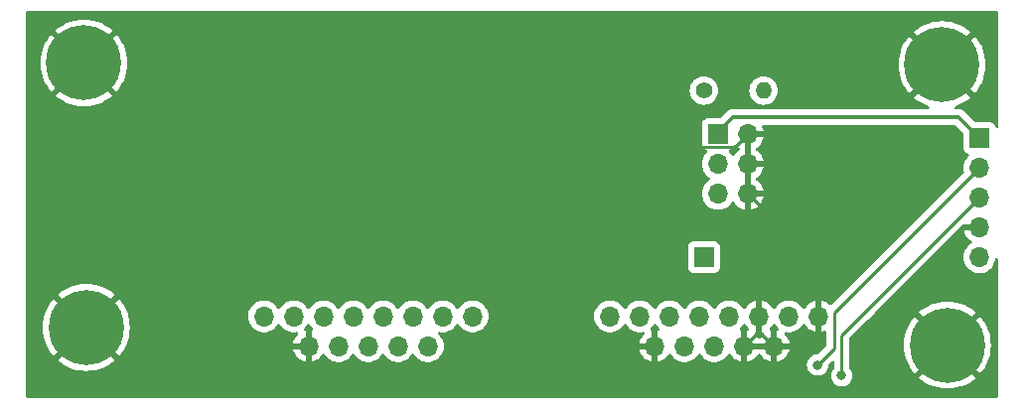
<source format=gbr>
%TF.GenerationSoftware,KiCad,Pcbnew,(7.0.0)*%
%TF.CreationDate,2023-03-30T12:26:05-04:00*%
%TF.ProjectId,headunit_hub,68656164-756e-4697-945f-6875622e6b69,rev?*%
%TF.SameCoordinates,Original*%
%TF.FileFunction,Copper,L2,Bot*%
%TF.FilePolarity,Positive*%
%FSLAX46Y46*%
G04 Gerber Fmt 4.6, Leading zero omitted, Abs format (unit mm)*
G04 Created by KiCad (PCBNEW (7.0.0)) date 2023-03-30 12:26:05*
%MOMM*%
%LPD*%
G01*
G04 APERTURE LIST*
%TA.AperFunction,ComponentPad*%
%ADD10R,1.700000X1.700000*%
%TD*%
%TA.AperFunction,ComponentPad*%
%ADD11C,1.400000*%
%TD*%
%TA.AperFunction,ComponentPad*%
%ADD12O,1.400000X1.400000*%
%TD*%
%TA.AperFunction,ComponentPad*%
%ADD13O,1.700000X1.700000*%
%TD*%
%TA.AperFunction,ComponentPad*%
%ADD14C,0.800000*%
%TD*%
%TA.AperFunction,ComponentPad*%
%ADD15C,6.400000*%
%TD*%
%TA.AperFunction,ViaPad*%
%ADD16C,0.800000*%
%TD*%
%TA.AperFunction,Conductor*%
%ADD17C,0.350000*%
%TD*%
%TA.AperFunction,Conductor*%
%ADD18C,0.250000*%
%TD*%
G04 APERTURE END LIST*
D10*
%TO.P,LSCAN,1,Pin_1*%
%TO.N,/LSCAN*%
X161599999Y-94249999D03*
%TD*%
D11*
%TO.P,R1,1*%
%TO.N,VCC*%
X161600000Y-80050000D03*
D12*
%TO.P,R1,2*%
%TO.N,/R_to_ActiveLED*%
X166679999Y-80049999D03*
%TD*%
D10*
%TO.P,J5,1,VBUS*%
%TO.N,VCC*%
X185099999Y-84089999D03*
D13*
%TO.P,J5,2,D-*%
%TO.N,Net-(J5-D-)*%
X185099999Y-86629999D03*
%TO.P,J5,3,D+*%
%TO.N,Net-(J5-D+)*%
X185099999Y-89169999D03*
%TO.P,J5,4,GND*%
%TO.N,GND*%
X185099999Y-91709999D03*
%TO.P,J5,5,Shield*%
%TO.N,unconnected-(J5-Shield-Pad5)*%
X185099999Y-94249999D03*
%TD*%
D14*
%TO.P,H4,1,1*%
%TO.N,GND*%
X106550000Y-100250000D03*
X107252944Y-98552944D03*
X107252944Y-101947056D03*
X108950000Y-97850000D03*
D15*
X108950000Y-100250000D03*
D14*
X108950000Y-102650000D03*
X110647056Y-98552944D03*
X110647056Y-101947056D03*
X111350000Y-100250000D03*
%TD*%
D10*
%TO.P,J6,1,Pin_1*%
%TO.N,VCC*%
X162799999Y-83759999D03*
D13*
%TO.P,J6,2,Pin_2*%
%TO.N,GND*%
X165339999Y-83759999D03*
%TO.P,J6,3,Pin_3*%
%TO.N,VCC*%
X162799999Y-86299999D03*
%TO.P,J6,4,Pin_4*%
%TO.N,GND*%
X165339999Y-86299999D03*
%TO.P,J6,5,Pin_5*%
%TO.N,VCC*%
X162799999Y-88839999D03*
%TO.P,J6,6,Pin_6*%
%TO.N,GND*%
X165339999Y-88839999D03*
%TD*%
D14*
%TO.P,H2,1,1*%
%TO.N,GND*%
X179950000Y-101750000D03*
X180652944Y-100052944D03*
X180652944Y-103447056D03*
X182350000Y-99350000D03*
D15*
X182350000Y-101750000D03*
D14*
X182350000Y-104150000D03*
X184047056Y-100052944D03*
X184047056Y-103447056D03*
X184750000Y-101750000D03*
%TD*%
%TO.P,H5,1,1*%
%TO.N,GND*%
X179500000Y-77850000D03*
X180202944Y-76152944D03*
X180202944Y-79547056D03*
X181900000Y-75450000D03*
D15*
X181900000Y-77850000D03*
D14*
X181900000Y-80250000D03*
X183597056Y-76152944D03*
X183597056Y-79547056D03*
X184300000Y-77850000D03*
%TD*%
D13*
%TO.P,J1,1*%
%TO.N,GND*%
X167574999Y-101834999D03*
%TO.P,J1,2*%
X166304999Y-99294999D03*
%TO.P,J1,3*%
X165034999Y-101834999D03*
%TO.P,J1,4*%
%TO.N,Net-(J5-D-)*%
X163764999Y-99294999D03*
%TO.P,J1,5*%
%TO.N,Net-(J5-D+)*%
X162494999Y-101834999D03*
%TO.P,J1,6*%
%TO.N,/LSCAN*%
X161224999Y-99294999D03*
%TO.P,J1,7*%
%TO.N,VCC*%
X159954999Y-101834999D03*
%TO.P,J1,8*%
X158684999Y-99294999D03*
%TO.P,J1,9*%
%TO.N,GND*%
X171384999Y-99294999D03*
%TO.P,J1,10*%
%TO.N,/R_to_ActiveLED*%
X168844999Y-99294999D03*
%TO.P,J1,11*%
%TO.N,unconnected-(J1-Pad11)*%
X156144999Y-99294999D03*
%TO.P,J1,12*%
%TO.N,unconnected-(J1-Pad12)*%
X153604999Y-99294999D03*
%TO.P,J1,SH*%
%TO.N,GND*%
X157414999Y-101834999D03*
%TD*%
D14*
%TO.P,H1,1,1*%
%TO.N,GND*%
X106350000Y-77700000D03*
X107052944Y-76002944D03*
X107052944Y-79397056D03*
X108750000Y-75300000D03*
D15*
X108750000Y-77700000D03*
D14*
X108750000Y-80100000D03*
X110447056Y-76002944D03*
X110447056Y-79397056D03*
X111150000Y-77700000D03*
%TD*%
D13*
%TO.P,J3,1*%
%TO.N,AMFM_button*%
X138064999Y-101834999D03*
%TO.P,J3,2*%
%TO.N,SCAN_button*%
X136794999Y-99294999D03*
%TO.P,J3,3*%
%TO.N,CD_button*%
X135524999Y-101834999D03*
%TO.P,J3,4*%
%TO.N,Scrn_Brightness*%
X134254999Y-99294999D03*
%TO.P,J3,5*%
%TO.N,Expansion_7*%
X132984999Y-101834999D03*
%TO.P,J3,6*%
%TO.N,Expansion_6*%
X131714999Y-99294999D03*
%TO.P,J3,7*%
%TO.N,Expansion_5*%
X130444999Y-101834999D03*
%TO.P,J3,8*%
%TO.N,Expansion_4*%
X129174999Y-99294999D03*
%TO.P,J3,9*%
%TO.N,unconnected-(J3-Pad9)*%
X141874999Y-99294999D03*
%TO.P,J3,10*%
%TO.N,unconnected-(J3-Pad10)*%
X139334999Y-99294999D03*
%TO.P,J3,11*%
%TO.N,unconnected-(J3-Pad11)*%
X126634999Y-99294999D03*
%TO.P,J3,12*%
%TO.N,unconnected-(J3-Pad12)*%
X124094999Y-99294999D03*
%TO.P,J3,SH*%
%TO.N,GND*%
X127904999Y-101834999D03*
%TD*%
D16*
%TO.N,GND*%
X143650000Y-85700000D03*
X143650000Y-83150000D03*
X145550000Y-85900000D03*
X145250000Y-84450000D03*
%TO.N,Net-(J5-D-)*%
X171300000Y-103450000D03*
%TO.N,Net-(J5-D+)*%
X173350000Y-104350000D03*
%TD*%
D17*
%TO.N,VCC*%
X162800000Y-83600000D02*
X164100000Y-82300000D01*
X164100000Y-82300000D02*
X183310000Y-82300000D01*
X162800000Y-83760000D02*
X162800000Y-83600000D01*
X183310000Y-82300000D02*
X185100000Y-84090000D01*
D18*
%TO.N,GND*%
X164238000Y-84862000D02*
X145662000Y-84862000D01*
X165340000Y-83760000D02*
X164238000Y-84862000D01*
X166305000Y-100565000D02*
X165035000Y-101835000D01*
X171385000Y-94885000D02*
X171385000Y-99295000D01*
X165035000Y-101835000D02*
X167575000Y-101835000D01*
X166305000Y-100565000D02*
X167575000Y-101835000D01*
X165340000Y-88840000D02*
X171385000Y-94885000D01*
X166305000Y-99295000D02*
X166305000Y-100565000D01*
X145662000Y-84862000D02*
X145250000Y-84450000D01*
%TO.N,Net-(J5-D-)*%
X172700000Y-102050000D02*
X172700000Y-99030000D01*
X172700000Y-99030000D02*
X185100000Y-86630000D01*
X171300000Y-103450000D02*
X172700000Y-102050000D01*
%TO.N,Net-(J5-D+)*%
X173350000Y-100920000D02*
X185100000Y-89170000D01*
X173350000Y-104350000D02*
X173350000Y-100920000D01*
%TD*%
%TA.AperFunction,Conductor*%
%TO.N,GND*%
G36*
X186636500Y-73267381D02*
G01*
X186682619Y-73313500D01*
X186699500Y-73376500D01*
X186699500Y-83101388D01*
X186684973Y-83160122D01*
X186644743Y-83205313D01*
X186588085Y-83226541D01*
X186528064Y-83218911D01*
X186478520Y-83184182D01*
X186452223Y-83132984D01*
X186451989Y-83130799D01*
X186400889Y-82993796D01*
X186393181Y-82983500D01*
X186318659Y-82883950D01*
X186313261Y-82876739D01*
X186292720Y-82861362D01*
X186203417Y-82794510D01*
X186203414Y-82794508D01*
X186196204Y-82789111D01*
X186187766Y-82785964D01*
X186187763Y-82785962D01*
X186066580Y-82740763D01*
X186066578Y-82740762D01*
X186059201Y-82738011D01*
X186051373Y-82737169D01*
X186051367Y-82737168D01*
X186001988Y-82731860D01*
X186001985Y-82731859D01*
X185998638Y-82731500D01*
X185995269Y-82731500D01*
X184760305Y-82731500D01*
X184712087Y-82721909D01*
X184671210Y-82694595D01*
X183810604Y-81833989D01*
X183805387Y-81828447D01*
X183771629Y-81790342D01*
X183771628Y-81790341D01*
X183766573Y-81784635D01*
X183718398Y-81751382D01*
X183712268Y-81746871D01*
X183672198Y-81715478D01*
X183672195Y-81715476D01*
X183666197Y-81710777D01*
X183659248Y-81707649D01*
X183659246Y-81707648D01*
X183657594Y-81706905D01*
X183637739Y-81695707D01*
X183636243Y-81694674D01*
X183636236Y-81694670D01*
X183629971Y-81690346D01*
X183592914Y-81676292D01*
X183575237Y-81669588D01*
X183568207Y-81666676D01*
X183521781Y-81645781D01*
X183521779Y-81645780D01*
X183514837Y-81642656D01*
X183507350Y-81641283D01*
X183507338Y-81641280D01*
X183505551Y-81640953D01*
X183483603Y-81634834D01*
X183481903Y-81634189D01*
X183481891Y-81634186D01*
X183474774Y-81631487D01*
X183467217Y-81630569D01*
X183467212Y-81630568D01*
X183416661Y-81624430D01*
X183409140Y-81623285D01*
X183359070Y-81614109D01*
X183359061Y-81614108D01*
X183351572Y-81612736D01*
X183343965Y-81613196D01*
X183343963Y-81613196D01*
X183293149Y-81616270D01*
X183285541Y-81616500D01*
X183114674Y-81616500D01*
X183048278Y-81597586D01*
X183001814Y-81546524D01*
X182989233Y-81478642D01*
X183014311Y-81414320D01*
X183069520Y-81372869D01*
X183407164Y-81243260D01*
X183413188Y-81240578D01*
X183753605Y-81067126D01*
X183759314Y-81063830D01*
X184079728Y-80855751D01*
X184085064Y-80851874D01*
X184324150Y-80658265D01*
X184332164Y-80646821D01*
X184325389Y-80634599D01*
X181911729Y-78220939D01*
X181900000Y-78214167D01*
X181888270Y-78220939D01*
X179474609Y-80634599D01*
X179467835Y-80646820D01*
X179475850Y-80658267D01*
X179714929Y-80851869D01*
X179720272Y-80855751D01*
X180040685Y-81063830D01*
X180046394Y-81067126D01*
X180386811Y-81240578D01*
X180392835Y-81243260D01*
X180730480Y-81372869D01*
X180785689Y-81414320D01*
X180810767Y-81478642D01*
X180798186Y-81546524D01*
X180751722Y-81597586D01*
X180685326Y-81616500D01*
X164124460Y-81616500D01*
X164116852Y-81616270D01*
X164066036Y-81613196D01*
X164066034Y-81613196D01*
X164058428Y-81612736D01*
X164000848Y-81623287D01*
X163993337Y-81624430D01*
X163942792Y-81630568D01*
X163942790Y-81630568D01*
X163935226Y-81631487D01*
X163928098Y-81634189D01*
X163928098Y-81634190D01*
X163926389Y-81634838D01*
X163904449Y-81640953D01*
X163902667Y-81641279D01*
X163902654Y-81641282D01*
X163895163Y-81642656D01*
X163888219Y-81645780D01*
X163888213Y-81645783D01*
X163841789Y-81666677D01*
X163834759Y-81669589D01*
X163787151Y-81687644D01*
X163787144Y-81687647D01*
X163780029Y-81690346D01*
X163773764Y-81694669D01*
X163773756Y-81694674D01*
X163772253Y-81695712D01*
X163752411Y-81706902D01*
X163750756Y-81707646D01*
X163750747Y-81707651D01*
X163743803Y-81710777D01*
X163737808Y-81715473D01*
X163737804Y-81715476D01*
X163697723Y-81746877D01*
X163691601Y-81751382D01*
X163643427Y-81784635D01*
X163638374Y-81790338D01*
X163638370Y-81790342D01*
X163604611Y-81828447D01*
X163599397Y-81833986D01*
X163068790Y-82364595D01*
X163027912Y-82391909D01*
X162979694Y-82401500D01*
X161901362Y-82401500D01*
X161898015Y-82401859D01*
X161898011Y-82401860D01*
X161848632Y-82407168D01*
X161848625Y-82407169D01*
X161840799Y-82408011D01*
X161833423Y-82410761D01*
X161833419Y-82410763D01*
X161712236Y-82455962D01*
X161712230Y-82455965D01*
X161703796Y-82459111D01*
X161696588Y-82464506D01*
X161696582Y-82464510D01*
X161593950Y-82541340D01*
X161593946Y-82541343D01*
X161586739Y-82546739D01*
X161581343Y-82553946D01*
X161581340Y-82553950D01*
X161504510Y-82656582D01*
X161504506Y-82656588D01*
X161499111Y-82663796D01*
X161495965Y-82672230D01*
X161495962Y-82672236D01*
X161450763Y-82793419D01*
X161450761Y-82793423D01*
X161448011Y-82800799D01*
X161447169Y-82808625D01*
X161447168Y-82808632D01*
X161441860Y-82858011D01*
X161441500Y-82861362D01*
X161441500Y-84658638D01*
X161441859Y-84661985D01*
X161441860Y-84661988D01*
X161447168Y-84711367D01*
X161447169Y-84711373D01*
X161448011Y-84719201D01*
X161450762Y-84726578D01*
X161450763Y-84726580D01*
X161495962Y-84847763D01*
X161495964Y-84847766D01*
X161499111Y-84856204D01*
X161504508Y-84863414D01*
X161504510Y-84863417D01*
X161571915Y-84953459D01*
X161586739Y-84973261D01*
X161593950Y-84978659D01*
X161688182Y-85049201D01*
X161703796Y-85060889D01*
X161712235Y-85064036D01*
X161712236Y-85064037D01*
X161818806Y-85103786D01*
X161869140Y-85138350D01*
X161897314Y-85192520D01*
X161896711Y-85253576D01*
X161867474Y-85307180D01*
X161727806Y-85458899D01*
X161727802Y-85458902D01*
X161724278Y-85462732D01*
X161721430Y-85467090D01*
X161721427Y-85467095D01*
X161603992Y-85646843D01*
X161601140Y-85651209D01*
X161599048Y-85655978D01*
X161599046Y-85655982D01*
X161512799Y-85852606D01*
X161512796Y-85852614D01*
X161510704Y-85857384D01*
X161509423Y-85862440D01*
X161509422Y-85862445D01*
X161467141Y-86029410D01*
X161455436Y-86075632D01*
X161455006Y-86080820D01*
X161455005Y-86080827D01*
X161446176Y-86187384D01*
X161436844Y-86300000D01*
X161437274Y-86305189D01*
X161446027Y-86410827D01*
X161455436Y-86524368D01*
X161463828Y-86557506D01*
X161499471Y-86698260D01*
X161510704Y-86742616D01*
X161512797Y-86747389D01*
X161512799Y-86747393D01*
X161561941Y-86859426D01*
X161601140Y-86948791D01*
X161724278Y-87137268D01*
X161727806Y-87141100D01*
X161873227Y-87299069D01*
X161873231Y-87299073D01*
X161876760Y-87302906D01*
X162054424Y-87441189D01*
X162059002Y-87443666D01*
X162059009Y-87443671D01*
X162087680Y-87459187D01*
X162135951Y-87505503D01*
X162153710Y-87570000D01*
X162135951Y-87634497D01*
X162087680Y-87680813D01*
X162059009Y-87696328D01*
X162058993Y-87696338D01*
X162054424Y-87698811D01*
X162050313Y-87702010D01*
X162050311Y-87702012D01*
X161880878Y-87833888D01*
X161880872Y-87833893D01*
X161876760Y-87837094D01*
X161873237Y-87840919D01*
X161873227Y-87840930D01*
X161727806Y-87998899D01*
X161727802Y-87998902D01*
X161724278Y-88002732D01*
X161721430Y-88007090D01*
X161721427Y-88007095D01*
X161603992Y-88186843D01*
X161601140Y-88191209D01*
X161599048Y-88195978D01*
X161599046Y-88195982D01*
X161512799Y-88392606D01*
X161512796Y-88392614D01*
X161510704Y-88397384D01*
X161509423Y-88402440D01*
X161509422Y-88402445D01*
X161467141Y-88569410D01*
X161455436Y-88615632D01*
X161455006Y-88620820D01*
X161455005Y-88620827D01*
X161446176Y-88727384D01*
X161436844Y-88840000D01*
X161437274Y-88845189D01*
X161446027Y-88950827D01*
X161455436Y-89064368D01*
X161463828Y-89097506D01*
X161499471Y-89238260D01*
X161510704Y-89282616D01*
X161512797Y-89287389D01*
X161512799Y-89287393D01*
X161561941Y-89399426D01*
X161601140Y-89488791D01*
X161724278Y-89677268D01*
X161727806Y-89681100D01*
X161873227Y-89839069D01*
X161873231Y-89839073D01*
X161876760Y-89842906D01*
X162054424Y-89981189D01*
X162252426Y-90088342D01*
X162257355Y-90090034D01*
X162257357Y-90090035D01*
X162358895Y-90124892D01*
X162465365Y-90161444D01*
X162687431Y-90198500D01*
X162907358Y-90198500D01*
X162912569Y-90198500D01*
X163134635Y-90161444D01*
X163347574Y-90088342D01*
X163545576Y-89981189D01*
X163723240Y-89842906D01*
X163875722Y-89677268D01*
X163964817Y-89540896D01*
X164010328Y-89499001D01*
X164070297Y-89483814D01*
X164130267Y-89499000D01*
X164175781Y-89540898D01*
X164261822Y-89672592D01*
X164268210Y-89680799D01*
X164413567Y-89838700D01*
X164421211Y-89845737D01*
X164590588Y-89977568D01*
X164599281Y-89983247D01*
X164788042Y-90085400D01*
X164797559Y-90089575D01*
X165000557Y-90159264D01*
X165010627Y-90161814D01*
X165072461Y-90172132D01*
X165083598Y-90171556D01*
X165086000Y-90160664D01*
X165594000Y-90160664D01*
X165596401Y-90171556D01*
X165607538Y-90172132D01*
X165669372Y-90161814D01*
X165679442Y-90159264D01*
X165882440Y-90089575D01*
X165891957Y-90085400D01*
X166080718Y-89983247D01*
X166089411Y-89977568D01*
X166258788Y-89845737D01*
X166266432Y-89838700D01*
X166411789Y-89680799D01*
X166418177Y-89672593D01*
X166535568Y-89492913D01*
X166540511Y-89483778D01*
X166626729Y-89287223D01*
X166630099Y-89277408D01*
X166673013Y-89107943D01*
X166673248Y-89096565D01*
X166662160Y-89094000D01*
X165610590Y-89094000D01*
X165597506Y-89097506D01*
X165594000Y-89110590D01*
X165594000Y-90160664D01*
X165086000Y-90160664D01*
X165086000Y-88569410D01*
X165594000Y-88569410D01*
X165597506Y-88582493D01*
X165610590Y-88586000D01*
X166662160Y-88586000D01*
X166673248Y-88583434D01*
X166673013Y-88572056D01*
X166630099Y-88402591D01*
X166626729Y-88392776D01*
X166540511Y-88196221D01*
X166535568Y-88187086D01*
X166418177Y-88007406D01*
X166411789Y-87999200D01*
X166266432Y-87841299D01*
X166258788Y-87834262D01*
X166089411Y-87702431D01*
X166080718Y-87696752D01*
X166051267Y-87680814D01*
X166002995Y-87634498D01*
X165985236Y-87570000D01*
X166002995Y-87505502D01*
X166051267Y-87459186D01*
X166080718Y-87443247D01*
X166089411Y-87437568D01*
X166258788Y-87305737D01*
X166266432Y-87298700D01*
X166411789Y-87140799D01*
X166418177Y-87132593D01*
X166535568Y-86952913D01*
X166540511Y-86943778D01*
X166626729Y-86747223D01*
X166630099Y-86737408D01*
X166673013Y-86567943D01*
X166673248Y-86556565D01*
X166662160Y-86554000D01*
X165610590Y-86554000D01*
X165597506Y-86557506D01*
X165594000Y-86570590D01*
X165594000Y-88569410D01*
X165086000Y-88569410D01*
X165086000Y-86029410D01*
X165594000Y-86029410D01*
X165597506Y-86042493D01*
X165610590Y-86046000D01*
X166662160Y-86046000D01*
X166673248Y-86043434D01*
X166673013Y-86032056D01*
X166630099Y-85862591D01*
X166626729Y-85852776D01*
X166540511Y-85656221D01*
X166535568Y-85647086D01*
X166418177Y-85467406D01*
X166411789Y-85459200D01*
X166266432Y-85301299D01*
X166258788Y-85294262D01*
X166089411Y-85162431D01*
X166080718Y-85156752D01*
X166051267Y-85140814D01*
X166002995Y-85094498D01*
X165985236Y-85030000D01*
X166002995Y-84965502D01*
X166051267Y-84919186D01*
X166080718Y-84903247D01*
X166089411Y-84897568D01*
X166258788Y-84765737D01*
X166266432Y-84758700D01*
X166411789Y-84600799D01*
X166418177Y-84592593D01*
X166535568Y-84412913D01*
X166540511Y-84403778D01*
X166626729Y-84207223D01*
X166630099Y-84197408D01*
X166673013Y-84027943D01*
X166673248Y-84016565D01*
X166662160Y-84014000D01*
X165610590Y-84014000D01*
X165597506Y-84017506D01*
X165594000Y-84030590D01*
X165594000Y-86029410D01*
X165086000Y-86029410D01*
X165086000Y-83632000D01*
X165102881Y-83569000D01*
X165149000Y-83522881D01*
X165212000Y-83506000D01*
X166662160Y-83506000D01*
X166673248Y-83503434D01*
X166673013Y-83492056D01*
X166630099Y-83322591D01*
X166626729Y-83312776D01*
X166559765Y-83160114D01*
X166549582Y-83099095D01*
X166569669Y-83040585D01*
X166615183Y-82998686D01*
X166675152Y-82983500D01*
X182974695Y-82983500D01*
X183022913Y-82993091D01*
X183063790Y-83020405D01*
X183704595Y-83661210D01*
X183731909Y-83702087D01*
X183741500Y-83750305D01*
X183741500Y-84988638D01*
X183741859Y-84991985D01*
X183741860Y-84991988D01*
X183747168Y-85041367D01*
X183747169Y-85041373D01*
X183748011Y-85049201D01*
X183750762Y-85056578D01*
X183750763Y-85056580D01*
X183795962Y-85177763D01*
X183795964Y-85177766D01*
X183799111Y-85186204D01*
X183804508Y-85193414D01*
X183804510Y-85193417D01*
X183849545Y-85253576D01*
X183886739Y-85303261D01*
X184003796Y-85390889D01*
X184012235Y-85394036D01*
X184012236Y-85394037D01*
X184118806Y-85433786D01*
X184169140Y-85468350D01*
X184197314Y-85522520D01*
X184196711Y-85583576D01*
X184167474Y-85637180D01*
X184027806Y-85788899D01*
X184027802Y-85788902D01*
X184024278Y-85792732D01*
X184021430Y-85797090D01*
X184021427Y-85797095D01*
X183903992Y-85976843D01*
X183901140Y-85981209D01*
X183899048Y-85985978D01*
X183899046Y-85985982D01*
X183812799Y-86182606D01*
X183812796Y-86182614D01*
X183810704Y-86187384D01*
X183809423Y-86192440D01*
X183809422Y-86192445D01*
X183756717Y-86400573D01*
X183755436Y-86405632D01*
X183755006Y-86410820D01*
X183755005Y-86410827D01*
X183742929Y-86556565D01*
X183736844Y-86630000D01*
X183737274Y-86635189D01*
X183747101Y-86753790D01*
X183755436Y-86854368D01*
X183781932Y-86959000D01*
X183783182Y-86963934D01*
X183782517Y-87028314D01*
X183750133Y-87083960D01*
X172512788Y-98321304D01*
X172454625Y-98354353D01*
X172387741Y-98352971D01*
X172330993Y-98317547D01*
X172311436Y-98296303D01*
X172303788Y-98289262D01*
X172134411Y-98157431D01*
X172125718Y-98151752D01*
X171936957Y-98049599D01*
X171927440Y-98045424D01*
X171724442Y-97975735D01*
X171714372Y-97973185D01*
X171652538Y-97962867D01*
X171641401Y-97963443D01*
X171639000Y-97974336D01*
X171639000Y-100615664D01*
X171641401Y-100626556D01*
X171652538Y-100627132D01*
X171714372Y-100616814D01*
X171724442Y-100614264D01*
X171899588Y-100554137D01*
X171958666Y-100548626D01*
X172013716Y-100570765D01*
X172052529Y-100615644D01*
X172066500Y-100673310D01*
X172066500Y-101735405D01*
X172056909Y-101783623D01*
X172029595Y-101824501D01*
X171349499Y-102504596D01*
X171308622Y-102531909D01*
X171260404Y-102541500D01*
X171204513Y-102541500D01*
X171198060Y-102542871D01*
X171198056Y-102542872D01*
X171024168Y-102579833D01*
X171024161Y-102579835D01*
X171017712Y-102581206D01*
X171011682Y-102583890D01*
X171011681Y-102583891D01*
X170849278Y-102656197D01*
X170849275Y-102656198D01*
X170843248Y-102658882D01*
X170837907Y-102662762D01*
X170837906Y-102662763D01*
X170694091Y-102767250D01*
X170694083Y-102767256D01*
X170688747Y-102771134D01*
X170684330Y-102776039D01*
X170684325Y-102776044D01*
X170628625Y-102837906D01*
X170560960Y-102913056D01*
X170557661Y-102918769D01*
X170557658Y-102918774D01*
X170477123Y-103058265D01*
X170465473Y-103078444D01*
X170463434Y-103084718D01*
X170463430Y-103084728D01*
X170408497Y-103253794D01*
X170408495Y-103253801D01*
X170406458Y-103260072D01*
X170386496Y-103450000D01*
X170406458Y-103639928D01*
X170408495Y-103646200D01*
X170408497Y-103646205D01*
X170463430Y-103815271D01*
X170463433Y-103815278D01*
X170465473Y-103821556D01*
X170535146Y-103942233D01*
X170556052Y-103978444D01*
X170560960Y-103986944D01*
X170688747Y-104128866D01*
X170843248Y-104241118D01*
X171017712Y-104318794D01*
X171204513Y-104358500D01*
X171388884Y-104358500D01*
X171395487Y-104358500D01*
X171582288Y-104318794D01*
X171756752Y-104241118D01*
X171911253Y-104128866D01*
X172039040Y-103986944D01*
X172134527Y-103821556D01*
X172193542Y-103639928D01*
X172210907Y-103474705D01*
X172222491Y-103433633D01*
X172247119Y-103398784D01*
X172428966Y-103216937D01*
X172501405Y-103144500D01*
X172551564Y-103113763D01*
X172610211Y-103109147D01*
X172664561Y-103131660D01*
X172702767Y-103176393D01*
X172716500Y-103233596D01*
X172716500Y-103647476D01*
X172708131Y-103692630D01*
X172684138Y-103731783D01*
X172610960Y-103813056D01*
X172607661Y-103818769D01*
X172607658Y-103818774D01*
X172540515Y-103935070D01*
X172515473Y-103978444D01*
X172513434Y-103984718D01*
X172513430Y-103984728D01*
X172458497Y-104153794D01*
X172458495Y-104153801D01*
X172456458Y-104160072D01*
X172455768Y-104166633D01*
X172455768Y-104166635D01*
X172454978Y-104174150D01*
X172436496Y-104350000D01*
X172456458Y-104539928D01*
X172458495Y-104546200D01*
X172458497Y-104546205D01*
X172513430Y-104715271D01*
X172513433Y-104715278D01*
X172515473Y-104721556D01*
X172610960Y-104886944D01*
X172738747Y-105028866D01*
X172893248Y-105141118D01*
X173067712Y-105218794D01*
X173254513Y-105258500D01*
X173438884Y-105258500D01*
X173445487Y-105258500D01*
X173632288Y-105218794D01*
X173806752Y-105141118D01*
X173961253Y-105028866D01*
X174089040Y-104886944D01*
X174184527Y-104721556D01*
X174241303Y-104546820D01*
X179917835Y-104546820D01*
X179925850Y-104558267D01*
X180164929Y-104751869D01*
X180170272Y-104755751D01*
X180490685Y-104963830D01*
X180496394Y-104967126D01*
X180836811Y-105140578D01*
X180842835Y-105143260D01*
X181199501Y-105280170D01*
X181205784Y-105282212D01*
X181574815Y-105381094D01*
X181581265Y-105382465D01*
X181958629Y-105442233D01*
X181965167Y-105442920D01*
X182346699Y-105462916D01*
X182353301Y-105462916D01*
X182734832Y-105442920D01*
X182741370Y-105442233D01*
X183118734Y-105382465D01*
X183125184Y-105381094D01*
X183494215Y-105282212D01*
X183500498Y-105280170D01*
X183857164Y-105143260D01*
X183863188Y-105140578D01*
X184203605Y-104967126D01*
X184209314Y-104963830D01*
X184529728Y-104755751D01*
X184535064Y-104751874D01*
X184774150Y-104558265D01*
X184782164Y-104546821D01*
X184775389Y-104534599D01*
X182361729Y-102120939D01*
X182350000Y-102114167D01*
X182338270Y-102120939D01*
X179924609Y-104534599D01*
X179917835Y-104546820D01*
X174241303Y-104546820D01*
X174243542Y-104539928D01*
X174263504Y-104350000D01*
X174243542Y-104160072D01*
X174184527Y-103978444D01*
X174089040Y-103813056D01*
X174015861Y-103731783D01*
X173991869Y-103692630D01*
X173983500Y-103647476D01*
X173983500Y-101753301D01*
X178637084Y-101753301D01*
X178657079Y-102134832D01*
X178657766Y-102141370D01*
X178717534Y-102518734D01*
X178718905Y-102525184D01*
X178817787Y-102894215D01*
X178819829Y-102900498D01*
X178956739Y-103257164D01*
X178959421Y-103263188D01*
X179132873Y-103603605D01*
X179136169Y-103609314D01*
X179344248Y-103929727D01*
X179348130Y-103935070D01*
X179541731Y-104174148D01*
X179553178Y-104182163D01*
X179565399Y-104175389D01*
X181979060Y-101761729D01*
X181985832Y-101750000D01*
X182714167Y-101750000D01*
X182720939Y-101761729D01*
X185134599Y-104175389D01*
X185146821Y-104182164D01*
X185158265Y-104174150D01*
X185351874Y-103935064D01*
X185355751Y-103929728D01*
X185563830Y-103609314D01*
X185567126Y-103603605D01*
X185740578Y-103263188D01*
X185743260Y-103257164D01*
X185880170Y-102900498D01*
X185882212Y-102894215D01*
X185981094Y-102525184D01*
X185982465Y-102518734D01*
X186042233Y-102141370D01*
X186042920Y-102134832D01*
X186062916Y-101753301D01*
X186062916Y-101746699D01*
X186042920Y-101365167D01*
X186042233Y-101358629D01*
X185982465Y-100981265D01*
X185981094Y-100974815D01*
X185882212Y-100605784D01*
X185880170Y-100599501D01*
X185743260Y-100242835D01*
X185740578Y-100236811D01*
X185567127Y-99896397D01*
X185563830Y-99890686D01*
X185355753Y-99570275D01*
X185351865Y-99564924D01*
X185158267Y-99325850D01*
X185146820Y-99317835D01*
X185134599Y-99324609D01*
X182720939Y-101738270D01*
X182714167Y-101750000D01*
X181985832Y-101750000D01*
X181979060Y-101738270D01*
X179565399Y-99324609D01*
X179553177Y-99317834D01*
X179541734Y-99325847D01*
X179348123Y-99564938D01*
X179344251Y-99570267D01*
X179136169Y-99890686D01*
X179132872Y-99896397D01*
X178959421Y-100236811D01*
X178956739Y-100242835D01*
X178819829Y-100599501D01*
X178817787Y-100605784D01*
X178718905Y-100974815D01*
X178717534Y-100981265D01*
X178657766Y-101358629D01*
X178657079Y-101365167D01*
X178637084Y-101746699D01*
X178637084Y-101753301D01*
X173983500Y-101753301D01*
X173983500Y-101234594D01*
X173993091Y-101186376D01*
X174020405Y-101145499D01*
X175600980Y-99564924D01*
X176212727Y-98953177D01*
X179917834Y-98953177D01*
X179924609Y-98965399D01*
X182338270Y-101379060D01*
X182349999Y-101385832D01*
X182361729Y-101379060D01*
X184775389Y-98965399D01*
X184782163Y-98953178D01*
X184774148Y-98941731D01*
X184535070Y-98748130D01*
X184529727Y-98744248D01*
X184209314Y-98536169D01*
X184203605Y-98532873D01*
X183863188Y-98359421D01*
X183857164Y-98356739D01*
X183500498Y-98219829D01*
X183494215Y-98217787D01*
X183125184Y-98118905D01*
X183118734Y-98117534D01*
X182741370Y-98057766D01*
X182734832Y-98057079D01*
X182353301Y-98037084D01*
X182346699Y-98037084D01*
X181965167Y-98057079D01*
X181958629Y-98057766D01*
X181581265Y-98117534D01*
X181574815Y-98118905D01*
X181205784Y-98217787D01*
X181199501Y-98219829D01*
X180842835Y-98356739D01*
X180836811Y-98359421D01*
X180496397Y-98532872D01*
X180490686Y-98536169D01*
X180170267Y-98744251D01*
X180164938Y-98748123D01*
X179925847Y-98941734D01*
X179917834Y-98953177D01*
X176212727Y-98953177D01*
X183673258Y-91492645D01*
X183727680Y-91460606D01*
X183763456Y-91459697D01*
X183763456Y-91456000D01*
X185228000Y-91456000D01*
X185291000Y-91472881D01*
X185337119Y-91519000D01*
X185354000Y-91582000D01*
X185354000Y-91838000D01*
X185337119Y-91901000D01*
X185291000Y-91947119D01*
X185228000Y-91964000D01*
X183777840Y-91964000D01*
X183766751Y-91966565D01*
X183766986Y-91977943D01*
X183809900Y-92147408D01*
X183813270Y-92157223D01*
X183899488Y-92353778D01*
X183904431Y-92362913D01*
X184021822Y-92542593D01*
X184028210Y-92550799D01*
X184173567Y-92708700D01*
X184181211Y-92715737D01*
X184350588Y-92847568D01*
X184359281Y-92853247D01*
X184388206Y-92868901D01*
X184436478Y-92915217D01*
X184454237Y-92979715D01*
X184436478Y-93044212D01*
X184388207Y-93090528D01*
X184376701Y-93096755D01*
X184359000Y-93106334D01*
X184358994Y-93106337D01*
X184354424Y-93108811D01*
X184350313Y-93112010D01*
X184350311Y-93112012D01*
X184180878Y-93243888D01*
X184180872Y-93243893D01*
X184176760Y-93247094D01*
X184173237Y-93250919D01*
X184173227Y-93250930D01*
X184027806Y-93408899D01*
X184027802Y-93408902D01*
X184024278Y-93412732D01*
X184021430Y-93417090D01*
X184021427Y-93417095D01*
X183903992Y-93596843D01*
X183901140Y-93601209D01*
X183899048Y-93605978D01*
X183899046Y-93605982D01*
X183812799Y-93802606D01*
X183812796Y-93802614D01*
X183810704Y-93807384D01*
X183755436Y-94025632D01*
X183755006Y-94030820D01*
X183755005Y-94030827D01*
X183744037Y-94163190D01*
X183736844Y-94250000D01*
X183737274Y-94255189D01*
X183747101Y-94373790D01*
X183755436Y-94474368D01*
X183810704Y-94692616D01*
X183901140Y-94898791D01*
X184024278Y-95087268D01*
X184027806Y-95091100D01*
X184173227Y-95249069D01*
X184173231Y-95249073D01*
X184176760Y-95252906D01*
X184354424Y-95391189D01*
X184552426Y-95498342D01*
X184557355Y-95500034D01*
X184557357Y-95500035D01*
X184658895Y-95534893D01*
X184765365Y-95571444D01*
X184987431Y-95608500D01*
X185207358Y-95608500D01*
X185212569Y-95608500D01*
X185434635Y-95571444D01*
X185647574Y-95498342D01*
X185845576Y-95391189D01*
X186023240Y-95252906D01*
X186175722Y-95087268D01*
X186298860Y-94898791D01*
X186389296Y-94692616D01*
X186444564Y-94474368D01*
X186447930Y-94433746D01*
X186468977Y-94373790D01*
X186516607Y-94331728D01*
X186578707Y-94318260D01*
X186639483Y-94336810D01*
X186683477Y-94382661D01*
X186699500Y-94444152D01*
X186699500Y-106123500D01*
X186682619Y-106186500D01*
X186636500Y-106232619D01*
X186573500Y-106249500D01*
X103926500Y-106249500D01*
X103863500Y-106232619D01*
X103817381Y-106186500D01*
X103800500Y-106123500D01*
X103800500Y-103046820D01*
X106517835Y-103046820D01*
X106525850Y-103058267D01*
X106764929Y-103251869D01*
X106770272Y-103255751D01*
X107090685Y-103463830D01*
X107096394Y-103467126D01*
X107436811Y-103640578D01*
X107442835Y-103643260D01*
X107799501Y-103780170D01*
X107805784Y-103782212D01*
X108174815Y-103881094D01*
X108181265Y-103882465D01*
X108558629Y-103942233D01*
X108565167Y-103942920D01*
X108946699Y-103962916D01*
X108953301Y-103962916D01*
X109334832Y-103942920D01*
X109341370Y-103942233D01*
X109718734Y-103882465D01*
X109725184Y-103881094D01*
X110094215Y-103782212D01*
X110100498Y-103780170D01*
X110457164Y-103643260D01*
X110463188Y-103640578D01*
X110803605Y-103467126D01*
X110809314Y-103463830D01*
X111129728Y-103255751D01*
X111135064Y-103251874D01*
X111374150Y-103058265D01*
X111382164Y-103046821D01*
X111375389Y-103034599D01*
X108961729Y-100620939D01*
X108950000Y-100614167D01*
X108938270Y-100620939D01*
X106524609Y-103034599D01*
X106517835Y-103046820D01*
X103800500Y-103046820D01*
X103800500Y-100253301D01*
X105237084Y-100253301D01*
X105257079Y-100634832D01*
X105257766Y-100641370D01*
X105317534Y-101018734D01*
X105318905Y-101025184D01*
X105417787Y-101394215D01*
X105419829Y-101400498D01*
X105556739Y-101757164D01*
X105559421Y-101763188D01*
X105732873Y-102103605D01*
X105736169Y-102109314D01*
X105944248Y-102429727D01*
X105948130Y-102435070D01*
X106141731Y-102674148D01*
X106153178Y-102682163D01*
X106165399Y-102675389D01*
X108579060Y-100261729D01*
X108585832Y-100250000D01*
X109314167Y-100250000D01*
X109320939Y-100261729D01*
X111734599Y-102675389D01*
X111746821Y-102682164D01*
X111758265Y-102674150D01*
X111951874Y-102435064D01*
X111955751Y-102429728D01*
X112163830Y-102109314D01*
X112167126Y-102103605D01*
X112173261Y-102091565D01*
X126571751Y-102091565D01*
X126571986Y-102102943D01*
X126614900Y-102272408D01*
X126618270Y-102282223D01*
X126704488Y-102478778D01*
X126709431Y-102487913D01*
X126826822Y-102667593D01*
X126833210Y-102675799D01*
X126978567Y-102833700D01*
X126986211Y-102840737D01*
X127155588Y-102972568D01*
X127164281Y-102978247D01*
X127353042Y-103080400D01*
X127362559Y-103084575D01*
X127565557Y-103154264D01*
X127575627Y-103156814D01*
X127637461Y-103167132D01*
X127648598Y-103166556D01*
X127651000Y-103155664D01*
X127651000Y-102105590D01*
X127647493Y-102092506D01*
X127634410Y-102089000D01*
X126582840Y-102089000D01*
X126571751Y-102091565D01*
X112173261Y-102091565D01*
X112340578Y-101763188D01*
X112343260Y-101757164D01*
X112480170Y-101400498D01*
X112482212Y-101394215D01*
X112581094Y-101025184D01*
X112582465Y-101018734D01*
X112642233Y-100641370D01*
X112642920Y-100634832D01*
X112662916Y-100253301D01*
X112662916Y-100246699D01*
X112642920Y-99865167D01*
X112642233Y-99858629D01*
X112582465Y-99481265D01*
X112581094Y-99474815D01*
X112532913Y-99295000D01*
X122731844Y-99295000D01*
X122732274Y-99300189D01*
X122747278Y-99481265D01*
X122750436Y-99519368D01*
X122805704Y-99737616D01*
X122807797Y-99742389D01*
X122807799Y-99742393D01*
X122867747Y-99879060D01*
X122896140Y-99943791D01*
X123019278Y-100132268D01*
X123022806Y-100136100D01*
X123168227Y-100294069D01*
X123168231Y-100294073D01*
X123171760Y-100297906D01*
X123349424Y-100436189D01*
X123547426Y-100543342D01*
X123552355Y-100545034D01*
X123552357Y-100545035D01*
X123653895Y-100579892D01*
X123760365Y-100616444D01*
X123982431Y-100653500D01*
X124202358Y-100653500D01*
X124207569Y-100653500D01*
X124429635Y-100616444D01*
X124642574Y-100543342D01*
X124840576Y-100436189D01*
X125018240Y-100297906D01*
X125170722Y-100132268D01*
X125259518Y-99996354D01*
X125305030Y-99954457D01*
X125365000Y-99939271D01*
X125424970Y-99954457D01*
X125470481Y-99996354D01*
X125559278Y-100132268D01*
X125562806Y-100136100D01*
X125708227Y-100294069D01*
X125708231Y-100294073D01*
X125711760Y-100297906D01*
X125889424Y-100436189D01*
X126087426Y-100543342D01*
X126092355Y-100545034D01*
X126092357Y-100545035D01*
X126193895Y-100579892D01*
X126300365Y-100616444D01*
X126522431Y-100653500D01*
X126742358Y-100653500D01*
X126747569Y-100653500D01*
X126752715Y-100652641D01*
X126752718Y-100652641D01*
X126857294Y-100635191D01*
X126918945Y-100640299D01*
X126970734Y-100674134D01*
X127000177Y-100728541D01*
X127000178Y-100790403D01*
X126970735Y-100844809D01*
X126833205Y-100994207D01*
X126826822Y-101002406D01*
X126709431Y-101182086D01*
X126704488Y-101191221D01*
X126618270Y-101387776D01*
X126614900Y-101397591D01*
X126571986Y-101567056D01*
X126571751Y-101578434D01*
X126582840Y-101581000D01*
X127634410Y-101581000D01*
X127647493Y-101577493D01*
X127651000Y-101564410D01*
X127651000Y-100514336D01*
X127648529Y-100503131D01*
X127583127Y-100480393D01*
X127539423Y-100425275D01*
X127532077Y-100355317D01*
X127563378Y-100292324D01*
X127710722Y-100132268D01*
X127799518Y-99996354D01*
X127845030Y-99954457D01*
X127905000Y-99939271D01*
X127964970Y-99954457D01*
X128010481Y-99996354D01*
X128099278Y-100132268D01*
X128102806Y-100136100D01*
X128246620Y-100292323D01*
X128277922Y-100355317D01*
X128270576Y-100425275D01*
X128226872Y-100480393D01*
X128161470Y-100503131D01*
X128159000Y-100514336D01*
X128159000Y-103155664D01*
X128161401Y-103166556D01*
X128172538Y-103167132D01*
X128234372Y-103156814D01*
X128244442Y-103154264D01*
X128447440Y-103084575D01*
X128456957Y-103080400D01*
X128645718Y-102978247D01*
X128654411Y-102972568D01*
X128823788Y-102840737D01*
X128831432Y-102833700D01*
X128976789Y-102675799D01*
X128983181Y-102667587D01*
X129069218Y-102535899D01*
X129114732Y-102494000D01*
X129174701Y-102478814D01*
X129234670Y-102494000D01*
X129280183Y-102535898D01*
X129369278Y-102672268D01*
X129372806Y-102676100D01*
X129518227Y-102834069D01*
X129518231Y-102834073D01*
X129521760Y-102837906D01*
X129699424Y-102976189D01*
X129897426Y-103083342D01*
X129902355Y-103085034D01*
X129902357Y-103085035D01*
X129972593Y-103109147D01*
X130110365Y-103156444D01*
X130332431Y-103193500D01*
X130552358Y-103193500D01*
X130557569Y-103193500D01*
X130779635Y-103156444D01*
X130992574Y-103083342D01*
X131190576Y-102976189D01*
X131368240Y-102837906D01*
X131520722Y-102672268D01*
X131609518Y-102536354D01*
X131655030Y-102494457D01*
X131715000Y-102479271D01*
X131774970Y-102494457D01*
X131820481Y-102536354D01*
X131909278Y-102672268D01*
X131912806Y-102676100D01*
X132058227Y-102834069D01*
X132058231Y-102834073D01*
X132061760Y-102837906D01*
X132239424Y-102976189D01*
X132437426Y-103083342D01*
X132442355Y-103085034D01*
X132442357Y-103085035D01*
X132512593Y-103109147D01*
X132650365Y-103156444D01*
X132872431Y-103193500D01*
X133092358Y-103193500D01*
X133097569Y-103193500D01*
X133319635Y-103156444D01*
X133532574Y-103083342D01*
X133730576Y-102976189D01*
X133908240Y-102837906D01*
X134060722Y-102672268D01*
X134149518Y-102536354D01*
X134195030Y-102494457D01*
X134255000Y-102479271D01*
X134314970Y-102494457D01*
X134360481Y-102536354D01*
X134449278Y-102672268D01*
X134452806Y-102676100D01*
X134598227Y-102834069D01*
X134598231Y-102834073D01*
X134601760Y-102837906D01*
X134779424Y-102976189D01*
X134977426Y-103083342D01*
X134982355Y-103085034D01*
X134982357Y-103085035D01*
X135052593Y-103109147D01*
X135190365Y-103156444D01*
X135412431Y-103193500D01*
X135632358Y-103193500D01*
X135637569Y-103193500D01*
X135859635Y-103156444D01*
X136072574Y-103083342D01*
X136270576Y-102976189D01*
X136448240Y-102837906D01*
X136600722Y-102672268D01*
X136689518Y-102536354D01*
X136735030Y-102494457D01*
X136795000Y-102479271D01*
X136854970Y-102494457D01*
X136900481Y-102536354D01*
X136989278Y-102672268D01*
X136992806Y-102676100D01*
X137138227Y-102834069D01*
X137138231Y-102834073D01*
X137141760Y-102837906D01*
X137319424Y-102976189D01*
X137517426Y-103083342D01*
X137522355Y-103085034D01*
X137522357Y-103085035D01*
X137592593Y-103109147D01*
X137730365Y-103156444D01*
X137952431Y-103193500D01*
X138172358Y-103193500D01*
X138177569Y-103193500D01*
X138399635Y-103156444D01*
X138612574Y-103083342D01*
X138810576Y-102976189D01*
X138988240Y-102837906D01*
X139140722Y-102672268D01*
X139263860Y-102483791D01*
X139354296Y-102277616D01*
X139401411Y-102091565D01*
X156081751Y-102091565D01*
X156081986Y-102102943D01*
X156124900Y-102272408D01*
X156128270Y-102282223D01*
X156214488Y-102478778D01*
X156219431Y-102487913D01*
X156336822Y-102667593D01*
X156343210Y-102675799D01*
X156488567Y-102833700D01*
X156496211Y-102840737D01*
X156665588Y-102972568D01*
X156674281Y-102978247D01*
X156863042Y-103080400D01*
X156872559Y-103084575D01*
X157075557Y-103154264D01*
X157085627Y-103156814D01*
X157147461Y-103167132D01*
X157158598Y-103166556D01*
X157161000Y-103155664D01*
X157161000Y-102105590D01*
X157157493Y-102092506D01*
X157144410Y-102089000D01*
X156092840Y-102089000D01*
X156081751Y-102091565D01*
X139401411Y-102091565D01*
X139409564Y-102059368D01*
X139428156Y-101835000D01*
X139409564Y-101610632D01*
X139354296Y-101392384D01*
X139263860Y-101186209D01*
X139140722Y-100997732D01*
X139000068Y-100844943D01*
X138970626Y-100790538D01*
X138970625Y-100728675D01*
X139000069Y-100674269D01*
X139051858Y-100640433D01*
X139113509Y-100635325D01*
X139217281Y-100652641D01*
X139217285Y-100652641D01*
X139222431Y-100653500D01*
X139442358Y-100653500D01*
X139447569Y-100653500D01*
X139669635Y-100616444D01*
X139882574Y-100543342D01*
X140080576Y-100436189D01*
X140258240Y-100297906D01*
X140410722Y-100132268D01*
X140499518Y-99996354D01*
X140545030Y-99954457D01*
X140605000Y-99939271D01*
X140664970Y-99954457D01*
X140710481Y-99996354D01*
X140799278Y-100132268D01*
X140802806Y-100136100D01*
X140948227Y-100294069D01*
X140948231Y-100294073D01*
X140951760Y-100297906D01*
X141129424Y-100436189D01*
X141327426Y-100543342D01*
X141332355Y-100545034D01*
X141332357Y-100545035D01*
X141433895Y-100579892D01*
X141540365Y-100616444D01*
X141762431Y-100653500D01*
X141982358Y-100653500D01*
X141987569Y-100653500D01*
X142209635Y-100616444D01*
X142422574Y-100543342D01*
X142620576Y-100436189D01*
X142798240Y-100297906D01*
X142950722Y-100132268D01*
X143073860Y-99943791D01*
X143164296Y-99737616D01*
X143219564Y-99519368D01*
X143238156Y-99295000D01*
X152241844Y-99295000D01*
X152242274Y-99300189D01*
X152257278Y-99481265D01*
X152260436Y-99519368D01*
X152315704Y-99737616D01*
X152317797Y-99742389D01*
X152317799Y-99742393D01*
X152377747Y-99879060D01*
X152406140Y-99943791D01*
X152529278Y-100132268D01*
X152532806Y-100136100D01*
X152678227Y-100294069D01*
X152678231Y-100294073D01*
X152681760Y-100297906D01*
X152859424Y-100436189D01*
X153057426Y-100543342D01*
X153062355Y-100545034D01*
X153062357Y-100545035D01*
X153163895Y-100579892D01*
X153270365Y-100616444D01*
X153492431Y-100653500D01*
X153712358Y-100653500D01*
X153717569Y-100653500D01*
X153939635Y-100616444D01*
X154152574Y-100543342D01*
X154350576Y-100436189D01*
X154528240Y-100297906D01*
X154680722Y-100132268D01*
X154769518Y-99996354D01*
X154815030Y-99954457D01*
X154875000Y-99939271D01*
X154934970Y-99954457D01*
X154980481Y-99996354D01*
X155069278Y-100132268D01*
X155072806Y-100136100D01*
X155218227Y-100294069D01*
X155218231Y-100294073D01*
X155221760Y-100297906D01*
X155399424Y-100436189D01*
X155597426Y-100543342D01*
X155602355Y-100545034D01*
X155602357Y-100545035D01*
X155703895Y-100579892D01*
X155810365Y-100616444D01*
X156032431Y-100653500D01*
X156252358Y-100653500D01*
X156257569Y-100653500D01*
X156262715Y-100652641D01*
X156262718Y-100652641D01*
X156367294Y-100635191D01*
X156428945Y-100640299D01*
X156480734Y-100674134D01*
X156510177Y-100728541D01*
X156510178Y-100790403D01*
X156480735Y-100844809D01*
X156343205Y-100994207D01*
X156336822Y-101002406D01*
X156219431Y-101182086D01*
X156214488Y-101191221D01*
X156128270Y-101387776D01*
X156124900Y-101397591D01*
X156081986Y-101567056D01*
X156081751Y-101578434D01*
X156092840Y-101581000D01*
X157144410Y-101581000D01*
X157157493Y-101577493D01*
X157161000Y-101564410D01*
X157161000Y-100514336D01*
X157158529Y-100503131D01*
X157093127Y-100480393D01*
X157049423Y-100425275D01*
X157042077Y-100355317D01*
X157073378Y-100292324D01*
X157220722Y-100132268D01*
X157309518Y-99996354D01*
X157355030Y-99954457D01*
X157415000Y-99939271D01*
X157474970Y-99954457D01*
X157520481Y-99996354D01*
X157609278Y-100132268D01*
X157612806Y-100136100D01*
X157756620Y-100292323D01*
X157787922Y-100355317D01*
X157780576Y-100425275D01*
X157736872Y-100480393D01*
X157671470Y-100503131D01*
X157669000Y-100514336D01*
X157669000Y-103155664D01*
X157671401Y-103166556D01*
X157682538Y-103167132D01*
X157744372Y-103156814D01*
X157754442Y-103154264D01*
X157957440Y-103084575D01*
X157966957Y-103080400D01*
X158155718Y-102978247D01*
X158164411Y-102972568D01*
X158333788Y-102840737D01*
X158341432Y-102833700D01*
X158486789Y-102675799D01*
X158493181Y-102667587D01*
X158579218Y-102535899D01*
X158624732Y-102494000D01*
X158684701Y-102478814D01*
X158744670Y-102494000D01*
X158790183Y-102535898D01*
X158879278Y-102672268D01*
X158882806Y-102676100D01*
X159028227Y-102834069D01*
X159028231Y-102834073D01*
X159031760Y-102837906D01*
X159209424Y-102976189D01*
X159407426Y-103083342D01*
X159412355Y-103085034D01*
X159412357Y-103085035D01*
X159482593Y-103109147D01*
X159620365Y-103156444D01*
X159842431Y-103193500D01*
X160062358Y-103193500D01*
X160067569Y-103193500D01*
X160289635Y-103156444D01*
X160502574Y-103083342D01*
X160700576Y-102976189D01*
X160878240Y-102837906D01*
X161030722Y-102672268D01*
X161119518Y-102536354D01*
X161165030Y-102494457D01*
X161225000Y-102479271D01*
X161284970Y-102494457D01*
X161330481Y-102536354D01*
X161419278Y-102672268D01*
X161422806Y-102676100D01*
X161568227Y-102834069D01*
X161568231Y-102834073D01*
X161571760Y-102837906D01*
X161749424Y-102976189D01*
X161947426Y-103083342D01*
X161952355Y-103085034D01*
X161952357Y-103085035D01*
X162022593Y-103109147D01*
X162160365Y-103156444D01*
X162382431Y-103193500D01*
X162602358Y-103193500D01*
X162607569Y-103193500D01*
X162829635Y-103156444D01*
X163042574Y-103083342D01*
X163240576Y-102976189D01*
X163418240Y-102837906D01*
X163570722Y-102672268D01*
X163659817Y-102535896D01*
X163705328Y-102494001D01*
X163765297Y-102478814D01*
X163825267Y-102494000D01*
X163870781Y-102535898D01*
X163956822Y-102667592D01*
X163963210Y-102675799D01*
X164108567Y-102833700D01*
X164116211Y-102840737D01*
X164285588Y-102972568D01*
X164294281Y-102978247D01*
X164483042Y-103080400D01*
X164492559Y-103084575D01*
X164695557Y-103154264D01*
X164705627Y-103156814D01*
X164767461Y-103167132D01*
X164778598Y-103166556D01*
X164781000Y-103155664D01*
X165289000Y-103155664D01*
X165291401Y-103166556D01*
X165302538Y-103167132D01*
X165364372Y-103156814D01*
X165374442Y-103154264D01*
X165577440Y-103084575D01*
X165586957Y-103080400D01*
X165775718Y-102978247D01*
X165784411Y-102972568D01*
X165953788Y-102840737D01*
X165961432Y-102833700D01*
X166106789Y-102675799D01*
X166113177Y-102667593D01*
X166199517Y-102535441D01*
X166245031Y-102493543D01*
X166305000Y-102478357D01*
X166364969Y-102493543D01*
X166410483Y-102535441D01*
X166496822Y-102667593D01*
X166503210Y-102675799D01*
X166648567Y-102833700D01*
X166656211Y-102840737D01*
X166825588Y-102972568D01*
X166834281Y-102978247D01*
X167023042Y-103080400D01*
X167032559Y-103084575D01*
X167235557Y-103154264D01*
X167245627Y-103156814D01*
X167307461Y-103167132D01*
X167318598Y-103166556D01*
X167321000Y-103155664D01*
X167829000Y-103155664D01*
X167831401Y-103166556D01*
X167842538Y-103167132D01*
X167904372Y-103156814D01*
X167914442Y-103154264D01*
X168117440Y-103084575D01*
X168126957Y-103080400D01*
X168315718Y-102978247D01*
X168324411Y-102972568D01*
X168493788Y-102840737D01*
X168501432Y-102833700D01*
X168646789Y-102675799D01*
X168653177Y-102667593D01*
X168770568Y-102487913D01*
X168775511Y-102478778D01*
X168861729Y-102282223D01*
X168865099Y-102272408D01*
X168908013Y-102102943D01*
X168908248Y-102091565D01*
X168897160Y-102089000D01*
X167845590Y-102089000D01*
X167832506Y-102092506D01*
X167829000Y-102105590D01*
X167829000Y-103155664D01*
X167321000Y-103155664D01*
X167321000Y-102105590D01*
X167317493Y-102092506D01*
X167304410Y-102089000D01*
X165305590Y-102089000D01*
X165292506Y-102092506D01*
X165289000Y-102105590D01*
X165289000Y-103155664D01*
X164781000Y-103155664D01*
X164781000Y-100514336D01*
X164778529Y-100503131D01*
X164713127Y-100480393D01*
X164669423Y-100425275D01*
X164662077Y-100355317D01*
X164693378Y-100292324D01*
X164840722Y-100132268D01*
X164929817Y-99995896D01*
X164975328Y-99954001D01*
X165035297Y-99938814D01*
X165095267Y-99954000D01*
X165140781Y-99995898D01*
X165226822Y-100127592D01*
X165233210Y-100135799D01*
X165377270Y-100292290D01*
X165408572Y-100355283D01*
X165401226Y-100425240D01*
X165357523Y-100480358D01*
X165291424Y-100503339D01*
X165289000Y-100514336D01*
X165289000Y-101564410D01*
X165292506Y-101577493D01*
X165305590Y-101581000D01*
X167304410Y-101581000D01*
X167317493Y-101577493D01*
X167321000Y-101564410D01*
X167321000Y-100514336D01*
X167318575Y-100503340D01*
X167252476Y-100480358D01*
X167208773Y-100425240D01*
X167201427Y-100355283D01*
X167232729Y-100292289D01*
X167376794Y-100135792D01*
X167383181Y-100127587D01*
X167469218Y-99995899D01*
X167514732Y-99954000D01*
X167574701Y-99938814D01*
X167634670Y-99954000D01*
X167680183Y-99995898D01*
X167769278Y-100132268D01*
X167772806Y-100136100D01*
X167916620Y-100292323D01*
X167947922Y-100355317D01*
X167940576Y-100425275D01*
X167896872Y-100480393D01*
X167831470Y-100503131D01*
X167829000Y-100514336D01*
X167829000Y-101564410D01*
X167832506Y-101577493D01*
X167845590Y-101581000D01*
X168897160Y-101581000D01*
X168908248Y-101578434D01*
X168908013Y-101567056D01*
X168865099Y-101397591D01*
X168861729Y-101387776D01*
X168775511Y-101191221D01*
X168770568Y-101182086D01*
X168653177Y-101002406D01*
X168646789Y-100994200D01*
X168509265Y-100844809D01*
X168479822Y-100790403D01*
X168479822Y-100728541D01*
X168509265Y-100674135D01*
X168561054Y-100640299D01*
X168622704Y-100635190D01*
X168732431Y-100653500D01*
X168952358Y-100653500D01*
X168957569Y-100653500D01*
X169179635Y-100616444D01*
X169392574Y-100543342D01*
X169590576Y-100436189D01*
X169768240Y-100297906D01*
X169920722Y-100132268D01*
X170009817Y-99995896D01*
X170055328Y-99954001D01*
X170115297Y-99938814D01*
X170175267Y-99954000D01*
X170220781Y-99995898D01*
X170306822Y-100127592D01*
X170313210Y-100135799D01*
X170458567Y-100293700D01*
X170466211Y-100300737D01*
X170635588Y-100432568D01*
X170644281Y-100438247D01*
X170833042Y-100540400D01*
X170842559Y-100544575D01*
X171045557Y-100614264D01*
X171055627Y-100616814D01*
X171117461Y-100627132D01*
X171128598Y-100626556D01*
X171131000Y-100615664D01*
X171131000Y-97974336D01*
X171128598Y-97963443D01*
X171117461Y-97962867D01*
X171055627Y-97973185D01*
X171045557Y-97975735D01*
X170842559Y-98045424D01*
X170833042Y-98049599D01*
X170644281Y-98151752D01*
X170635588Y-98157431D01*
X170466211Y-98289262D01*
X170458567Y-98296299D01*
X170313210Y-98454200D01*
X170306816Y-98462415D01*
X170220780Y-98594101D01*
X170175267Y-98635999D01*
X170115297Y-98651185D01*
X170055328Y-98635998D01*
X170009816Y-98594101D01*
X169920722Y-98457732D01*
X169859001Y-98390686D01*
X169771772Y-98295930D01*
X169771767Y-98295925D01*
X169768240Y-98292094D01*
X169590576Y-98153811D01*
X169585997Y-98151333D01*
X169585994Y-98151331D01*
X169397159Y-98049139D01*
X169397156Y-98049137D01*
X169392574Y-98046658D01*
X169387650Y-98044967D01*
X169387642Y-98044964D01*
X169184565Y-97975248D01*
X169184559Y-97975246D01*
X169179635Y-97973556D01*
X169174498Y-97972698D01*
X169174495Y-97972698D01*
X168962706Y-97937357D01*
X168962703Y-97937356D01*
X168957569Y-97936500D01*
X168732431Y-97936500D01*
X168727297Y-97937356D01*
X168727293Y-97937357D01*
X168515504Y-97972698D01*
X168515498Y-97972699D01*
X168510365Y-97973556D01*
X168505443Y-97975245D01*
X168505434Y-97975248D01*
X168302357Y-98044964D01*
X168302344Y-98044969D01*
X168297426Y-98046658D01*
X168292847Y-98049135D01*
X168292840Y-98049139D01*
X168104005Y-98151331D01*
X168103997Y-98151336D01*
X168099424Y-98153811D01*
X168095313Y-98157010D01*
X168095311Y-98157012D01*
X167925878Y-98288888D01*
X167925872Y-98288893D01*
X167921760Y-98292094D01*
X167918237Y-98295919D01*
X167918227Y-98295930D01*
X167772806Y-98453899D01*
X167772802Y-98453902D01*
X167769278Y-98457732D01*
X167680184Y-98594101D01*
X167634670Y-98635999D01*
X167574701Y-98651185D01*
X167514732Y-98635999D01*
X167469218Y-98594101D01*
X167383177Y-98462407D01*
X167376789Y-98454200D01*
X167231432Y-98296299D01*
X167223788Y-98289262D01*
X167054411Y-98157431D01*
X167045718Y-98151752D01*
X166856957Y-98049599D01*
X166847440Y-98045424D01*
X166644442Y-97975735D01*
X166634372Y-97973185D01*
X166572538Y-97962867D01*
X166561401Y-97963443D01*
X166559000Y-97974336D01*
X166559000Y-100615664D01*
X166561424Y-100626660D01*
X166627520Y-100649639D01*
X166671226Y-100704756D01*
X166678572Y-100774715D01*
X166647271Y-100837709D01*
X166503205Y-100994207D01*
X166496822Y-101002407D01*
X166410483Y-101134558D01*
X166364969Y-101176456D01*
X166305000Y-101191642D01*
X166245031Y-101176456D01*
X166199517Y-101134558D01*
X166113177Y-101002407D01*
X166106789Y-100994200D01*
X165962729Y-100837709D01*
X165931427Y-100774715D01*
X165938773Y-100704756D01*
X165982479Y-100649639D01*
X166048575Y-100626660D01*
X166051000Y-100615664D01*
X166051000Y-97974336D01*
X166048598Y-97963443D01*
X166037461Y-97962867D01*
X165975627Y-97973185D01*
X165965557Y-97975735D01*
X165762559Y-98045424D01*
X165753042Y-98049599D01*
X165564281Y-98151752D01*
X165555588Y-98157431D01*
X165386211Y-98289262D01*
X165378567Y-98296299D01*
X165233210Y-98454200D01*
X165226816Y-98462415D01*
X165140780Y-98594101D01*
X165095267Y-98635999D01*
X165035297Y-98651185D01*
X164975328Y-98635998D01*
X164929816Y-98594101D01*
X164840722Y-98457732D01*
X164779001Y-98390686D01*
X164691772Y-98295930D01*
X164691767Y-98295925D01*
X164688240Y-98292094D01*
X164510576Y-98153811D01*
X164505997Y-98151333D01*
X164505994Y-98151331D01*
X164317159Y-98049139D01*
X164317156Y-98049137D01*
X164312574Y-98046658D01*
X164307650Y-98044967D01*
X164307642Y-98044964D01*
X164104565Y-97975248D01*
X164104559Y-97975246D01*
X164099635Y-97973556D01*
X164094498Y-97972698D01*
X164094495Y-97972698D01*
X163882706Y-97937357D01*
X163882703Y-97937356D01*
X163877569Y-97936500D01*
X163652431Y-97936500D01*
X163647297Y-97937356D01*
X163647293Y-97937357D01*
X163435504Y-97972698D01*
X163435498Y-97972699D01*
X163430365Y-97973556D01*
X163425443Y-97975245D01*
X163425434Y-97975248D01*
X163222357Y-98044964D01*
X163222344Y-98044969D01*
X163217426Y-98046658D01*
X163212847Y-98049135D01*
X163212840Y-98049139D01*
X163024005Y-98151331D01*
X163023997Y-98151336D01*
X163019424Y-98153811D01*
X163015313Y-98157010D01*
X163015311Y-98157012D01*
X162845878Y-98288888D01*
X162845872Y-98288893D01*
X162841760Y-98292094D01*
X162838237Y-98295919D01*
X162838227Y-98295930D01*
X162692806Y-98453899D01*
X162692802Y-98453902D01*
X162689278Y-98457732D01*
X162686430Y-98462090D01*
X162686427Y-98462095D01*
X162600483Y-98593643D01*
X162554969Y-98635542D01*
X162495000Y-98650728D01*
X162435031Y-98635542D01*
X162389517Y-98593643D01*
X162383827Y-98584934D01*
X162300722Y-98457732D01*
X162239001Y-98390686D01*
X162151772Y-98295930D01*
X162151767Y-98295925D01*
X162148240Y-98292094D01*
X161970576Y-98153811D01*
X161965997Y-98151333D01*
X161965994Y-98151331D01*
X161777159Y-98049139D01*
X161777156Y-98049137D01*
X161772574Y-98046658D01*
X161767650Y-98044967D01*
X161767642Y-98044964D01*
X161564565Y-97975248D01*
X161564559Y-97975246D01*
X161559635Y-97973556D01*
X161554498Y-97972698D01*
X161554495Y-97972698D01*
X161342706Y-97937357D01*
X161342703Y-97937356D01*
X161337569Y-97936500D01*
X161112431Y-97936500D01*
X161107297Y-97937356D01*
X161107293Y-97937357D01*
X160895504Y-97972698D01*
X160895498Y-97972699D01*
X160890365Y-97973556D01*
X160885443Y-97975245D01*
X160885434Y-97975248D01*
X160682357Y-98044964D01*
X160682344Y-98044969D01*
X160677426Y-98046658D01*
X160672847Y-98049135D01*
X160672840Y-98049139D01*
X160484005Y-98151331D01*
X160483997Y-98151336D01*
X160479424Y-98153811D01*
X160475313Y-98157010D01*
X160475311Y-98157012D01*
X160305878Y-98288888D01*
X160305872Y-98288893D01*
X160301760Y-98292094D01*
X160298237Y-98295919D01*
X160298227Y-98295930D01*
X160152806Y-98453899D01*
X160152802Y-98453902D01*
X160149278Y-98457732D01*
X160146430Y-98462090D01*
X160146427Y-98462095D01*
X160060483Y-98593643D01*
X160014969Y-98635542D01*
X159955000Y-98650728D01*
X159895031Y-98635542D01*
X159849517Y-98593643D01*
X159843827Y-98584934D01*
X159760722Y-98457732D01*
X159699001Y-98390686D01*
X159611772Y-98295930D01*
X159611767Y-98295925D01*
X159608240Y-98292094D01*
X159430576Y-98153811D01*
X159425997Y-98151333D01*
X159425994Y-98151331D01*
X159237159Y-98049139D01*
X159237156Y-98049137D01*
X159232574Y-98046658D01*
X159227650Y-98044967D01*
X159227642Y-98044964D01*
X159024565Y-97975248D01*
X159024559Y-97975246D01*
X159019635Y-97973556D01*
X159014498Y-97972698D01*
X159014495Y-97972698D01*
X158802706Y-97937357D01*
X158802703Y-97937356D01*
X158797569Y-97936500D01*
X158572431Y-97936500D01*
X158567297Y-97937356D01*
X158567293Y-97937357D01*
X158355504Y-97972698D01*
X158355498Y-97972699D01*
X158350365Y-97973556D01*
X158345443Y-97975245D01*
X158345434Y-97975248D01*
X158142357Y-98044964D01*
X158142344Y-98044969D01*
X158137426Y-98046658D01*
X158132847Y-98049135D01*
X158132840Y-98049139D01*
X157944005Y-98151331D01*
X157943997Y-98151336D01*
X157939424Y-98153811D01*
X157935313Y-98157010D01*
X157935311Y-98157012D01*
X157765878Y-98288888D01*
X157765872Y-98288893D01*
X157761760Y-98292094D01*
X157758237Y-98295919D01*
X157758227Y-98295930D01*
X157612806Y-98453899D01*
X157612802Y-98453902D01*
X157609278Y-98457732D01*
X157606430Y-98462090D01*
X157606427Y-98462095D01*
X157520483Y-98593643D01*
X157474969Y-98635542D01*
X157415000Y-98650728D01*
X157355031Y-98635542D01*
X157309517Y-98593643D01*
X157303827Y-98584934D01*
X157220722Y-98457732D01*
X157159001Y-98390686D01*
X157071772Y-98295930D01*
X157071767Y-98295925D01*
X157068240Y-98292094D01*
X156890576Y-98153811D01*
X156885997Y-98151333D01*
X156885994Y-98151331D01*
X156697159Y-98049139D01*
X156697156Y-98049137D01*
X156692574Y-98046658D01*
X156687650Y-98044967D01*
X156687642Y-98044964D01*
X156484565Y-97975248D01*
X156484559Y-97975246D01*
X156479635Y-97973556D01*
X156474498Y-97972698D01*
X156474495Y-97972698D01*
X156262706Y-97937357D01*
X156262703Y-97937356D01*
X156257569Y-97936500D01*
X156032431Y-97936500D01*
X156027297Y-97937356D01*
X156027293Y-97937357D01*
X155815504Y-97972698D01*
X155815498Y-97972699D01*
X155810365Y-97973556D01*
X155805443Y-97975245D01*
X155805434Y-97975248D01*
X155602357Y-98044964D01*
X155602344Y-98044969D01*
X155597426Y-98046658D01*
X155592847Y-98049135D01*
X155592840Y-98049139D01*
X155404005Y-98151331D01*
X155403997Y-98151336D01*
X155399424Y-98153811D01*
X155395313Y-98157010D01*
X155395311Y-98157012D01*
X155225878Y-98288888D01*
X155225872Y-98288893D01*
X155221760Y-98292094D01*
X155218237Y-98295919D01*
X155218227Y-98295930D01*
X155072806Y-98453899D01*
X155072802Y-98453902D01*
X155069278Y-98457732D01*
X155066430Y-98462090D01*
X155066427Y-98462095D01*
X154980483Y-98593643D01*
X154934969Y-98635542D01*
X154875000Y-98650728D01*
X154815031Y-98635542D01*
X154769517Y-98593643D01*
X154763827Y-98584934D01*
X154680722Y-98457732D01*
X154619001Y-98390686D01*
X154531772Y-98295930D01*
X154531767Y-98295925D01*
X154528240Y-98292094D01*
X154350576Y-98153811D01*
X154345997Y-98151333D01*
X154345994Y-98151331D01*
X154157159Y-98049139D01*
X154157156Y-98049137D01*
X154152574Y-98046658D01*
X154147650Y-98044967D01*
X154147642Y-98044964D01*
X153944565Y-97975248D01*
X153944559Y-97975246D01*
X153939635Y-97973556D01*
X153934498Y-97972698D01*
X153934495Y-97972698D01*
X153722706Y-97937357D01*
X153722703Y-97937356D01*
X153717569Y-97936500D01*
X153492431Y-97936500D01*
X153487297Y-97937356D01*
X153487293Y-97937357D01*
X153275504Y-97972698D01*
X153275498Y-97972699D01*
X153270365Y-97973556D01*
X153265443Y-97975245D01*
X153265434Y-97975248D01*
X153062357Y-98044964D01*
X153062344Y-98044969D01*
X153057426Y-98046658D01*
X153052847Y-98049135D01*
X153052840Y-98049139D01*
X152864005Y-98151331D01*
X152863997Y-98151336D01*
X152859424Y-98153811D01*
X152855313Y-98157010D01*
X152855311Y-98157012D01*
X152685878Y-98288888D01*
X152685872Y-98288893D01*
X152681760Y-98292094D01*
X152678237Y-98295919D01*
X152678227Y-98295930D01*
X152532806Y-98453899D01*
X152532802Y-98453902D01*
X152529278Y-98457732D01*
X152526430Y-98462090D01*
X152526427Y-98462095D01*
X152408992Y-98641843D01*
X152406140Y-98646209D01*
X152404048Y-98650978D01*
X152404046Y-98650982D01*
X152317799Y-98847606D01*
X152317796Y-98847614D01*
X152315704Y-98852384D01*
X152314423Y-98857440D01*
X152314422Y-98857445D01*
X152263160Y-99059875D01*
X152260436Y-99070632D01*
X152260006Y-99075820D01*
X152260005Y-99075827D01*
X152257523Y-99105784D01*
X152241844Y-99295000D01*
X143238156Y-99295000D01*
X143219564Y-99070632D01*
X143164296Y-98852384D01*
X143073860Y-98646209D01*
X142950722Y-98457732D01*
X142889001Y-98390686D01*
X142801772Y-98295930D01*
X142801767Y-98295925D01*
X142798240Y-98292094D01*
X142620576Y-98153811D01*
X142615997Y-98151333D01*
X142615994Y-98151331D01*
X142427159Y-98049139D01*
X142427156Y-98049137D01*
X142422574Y-98046658D01*
X142417650Y-98044967D01*
X142417642Y-98044964D01*
X142214565Y-97975248D01*
X142214559Y-97975246D01*
X142209635Y-97973556D01*
X142204498Y-97972698D01*
X142204495Y-97972698D01*
X141992706Y-97937357D01*
X141992703Y-97937356D01*
X141987569Y-97936500D01*
X141762431Y-97936500D01*
X141757297Y-97937356D01*
X141757293Y-97937357D01*
X141545504Y-97972698D01*
X141545498Y-97972699D01*
X141540365Y-97973556D01*
X141535443Y-97975245D01*
X141535434Y-97975248D01*
X141332357Y-98044964D01*
X141332344Y-98044969D01*
X141327426Y-98046658D01*
X141322847Y-98049135D01*
X141322840Y-98049139D01*
X141134005Y-98151331D01*
X141133997Y-98151336D01*
X141129424Y-98153811D01*
X141125313Y-98157010D01*
X141125311Y-98157012D01*
X140955878Y-98288888D01*
X140955872Y-98288893D01*
X140951760Y-98292094D01*
X140948237Y-98295919D01*
X140948227Y-98295930D01*
X140802806Y-98453899D01*
X140802802Y-98453902D01*
X140799278Y-98457732D01*
X140796430Y-98462090D01*
X140796427Y-98462095D01*
X140710483Y-98593643D01*
X140664969Y-98635542D01*
X140605000Y-98650728D01*
X140545031Y-98635542D01*
X140499517Y-98593643D01*
X140493827Y-98584934D01*
X140410722Y-98457732D01*
X140349001Y-98390686D01*
X140261772Y-98295930D01*
X140261767Y-98295925D01*
X140258240Y-98292094D01*
X140080576Y-98153811D01*
X140075997Y-98151333D01*
X140075994Y-98151331D01*
X139887159Y-98049139D01*
X139887156Y-98049137D01*
X139882574Y-98046658D01*
X139877650Y-98044967D01*
X139877642Y-98044964D01*
X139674565Y-97975248D01*
X139674559Y-97975246D01*
X139669635Y-97973556D01*
X139664498Y-97972698D01*
X139664495Y-97972698D01*
X139452706Y-97937357D01*
X139452703Y-97937356D01*
X139447569Y-97936500D01*
X139222431Y-97936500D01*
X139217297Y-97937356D01*
X139217293Y-97937357D01*
X139005504Y-97972698D01*
X139005498Y-97972699D01*
X139000365Y-97973556D01*
X138995443Y-97975245D01*
X138995434Y-97975248D01*
X138792357Y-98044964D01*
X138792344Y-98044969D01*
X138787426Y-98046658D01*
X138782847Y-98049135D01*
X138782840Y-98049139D01*
X138594005Y-98151331D01*
X138593997Y-98151336D01*
X138589424Y-98153811D01*
X138585313Y-98157010D01*
X138585311Y-98157012D01*
X138415878Y-98288888D01*
X138415872Y-98288893D01*
X138411760Y-98292094D01*
X138408237Y-98295919D01*
X138408227Y-98295930D01*
X138262806Y-98453899D01*
X138262802Y-98453902D01*
X138259278Y-98457732D01*
X138256430Y-98462090D01*
X138256427Y-98462095D01*
X138170483Y-98593643D01*
X138124969Y-98635542D01*
X138065000Y-98650728D01*
X138005031Y-98635542D01*
X137959517Y-98593643D01*
X137953827Y-98584934D01*
X137870722Y-98457732D01*
X137809001Y-98390686D01*
X137721772Y-98295930D01*
X137721767Y-98295925D01*
X137718240Y-98292094D01*
X137540576Y-98153811D01*
X137535997Y-98151333D01*
X137535994Y-98151331D01*
X137347159Y-98049139D01*
X137347156Y-98049137D01*
X137342574Y-98046658D01*
X137337650Y-98044967D01*
X137337642Y-98044964D01*
X137134565Y-97975248D01*
X137134559Y-97975246D01*
X137129635Y-97973556D01*
X137124498Y-97972698D01*
X137124495Y-97972698D01*
X136912706Y-97937357D01*
X136912703Y-97937356D01*
X136907569Y-97936500D01*
X136682431Y-97936500D01*
X136677297Y-97937356D01*
X136677293Y-97937357D01*
X136465504Y-97972698D01*
X136465498Y-97972699D01*
X136460365Y-97973556D01*
X136455443Y-97975245D01*
X136455434Y-97975248D01*
X136252357Y-98044964D01*
X136252344Y-98044969D01*
X136247426Y-98046658D01*
X136242847Y-98049135D01*
X136242840Y-98049139D01*
X136054005Y-98151331D01*
X136053997Y-98151336D01*
X136049424Y-98153811D01*
X136045313Y-98157010D01*
X136045311Y-98157012D01*
X135875878Y-98288888D01*
X135875872Y-98288893D01*
X135871760Y-98292094D01*
X135868237Y-98295919D01*
X135868227Y-98295930D01*
X135722806Y-98453899D01*
X135722802Y-98453902D01*
X135719278Y-98457732D01*
X135716430Y-98462090D01*
X135716427Y-98462095D01*
X135630483Y-98593643D01*
X135584969Y-98635542D01*
X135525000Y-98650728D01*
X135465031Y-98635542D01*
X135419517Y-98593643D01*
X135413827Y-98584934D01*
X135330722Y-98457732D01*
X135269001Y-98390686D01*
X135181772Y-98295930D01*
X135181767Y-98295925D01*
X135178240Y-98292094D01*
X135000576Y-98153811D01*
X134995997Y-98151333D01*
X134995994Y-98151331D01*
X134807159Y-98049139D01*
X134807156Y-98049137D01*
X134802574Y-98046658D01*
X134797650Y-98044967D01*
X134797642Y-98044964D01*
X134594565Y-97975248D01*
X134594559Y-97975246D01*
X134589635Y-97973556D01*
X134584498Y-97972698D01*
X134584495Y-97972698D01*
X134372706Y-97937357D01*
X134372703Y-97937356D01*
X134367569Y-97936500D01*
X134142431Y-97936500D01*
X134137297Y-97937356D01*
X134137293Y-97937357D01*
X133925504Y-97972698D01*
X133925498Y-97972699D01*
X133920365Y-97973556D01*
X133915443Y-97975245D01*
X133915434Y-97975248D01*
X133712357Y-98044964D01*
X133712344Y-98044969D01*
X133707426Y-98046658D01*
X133702847Y-98049135D01*
X133702840Y-98049139D01*
X133514005Y-98151331D01*
X133513997Y-98151336D01*
X133509424Y-98153811D01*
X133505313Y-98157010D01*
X133505311Y-98157012D01*
X133335878Y-98288888D01*
X133335872Y-98288893D01*
X133331760Y-98292094D01*
X133328237Y-98295919D01*
X133328227Y-98295930D01*
X133182806Y-98453899D01*
X133182802Y-98453902D01*
X133179278Y-98457732D01*
X133176430Y-98462090D01*
X133176427Y-98462095D01*
X133090483Y-98593643D01*
X133044969Y-98635542D01*
X132985000Y-98650728D01*
X132925031Y-98635542D01*
X132879517Y-98593643D01*
X132873827Y-98584934D01*
X132790722Y-98457732D01*
X132729001Y-98390686D01*
X132641772Y-98295930D01*
X132641767Y-98295925D01*
X132638240Y-98292094D01*
X132460576Y-98153811D01*
X132455997Y-98151333D01*
X132455994Y-98151331D01*
X132267159Y-98049139D01*
X132267156Y-98049137D01*
X132262574Y-98046658D01*
X132257650Y-98044967D01*
X132257642Y-98044964D01*
X132054565Y-97975248D01*
X132054559Y-97975246D01*
X132049635Y-97973556D01*
X132044498Y-97972698D01*
X132044495Y-97972698D01*
X131832706Y-97937357D01*
X131832703Y-97937356D01*
X131827569Y-97936500D01*
X131602431Y-97936500D01*
X131597297Y-97937356D01*
X131597293Y-97937357D01*
X131385504Y-97972698D01*
X131385498Y-97972699D01*
X131380365Y-97973556D01*
X131375443Y-97975245D01*
X131375434Y-97975248D01*
X131172357Y-98044964D01*
X131172344Y-98044969D01*
X131167426Y-98046658D01*
X131162847Y-98049135D01*
X131162840Y-98049139D01*
X130974005Y-98151331D01*
X130973997Y-98151336D01*
X130969424Y-98153811D01*
X130965313Y-98157010D01*
X130965311Y-98157012D01*
X130795878Y-98288888D01*
X130795872Y-98288893D01*
X130791760Y-98292094D01*
X130788237Y-98295919D01*
X130788227Y-98295930D01*
X130642806Y-98453899D01*
X130642802Y-98453902D01*
X130639278Y-98457732D01*
X130636430Y-98462090D01*
X130636427Y-98462095D01*
X130550483Y-98593643D01*
X130504969Y-98635542D01*
X130445000Y-98650728D01*
X130385031Y-98635542D01*
X130339517Y-98593643D01*
X130333827Y-98584934D01*
X130250722Y-98457732D01*
X130189001Y-98390686D01*
X130101772Y-98295930D01*
X130101767Y-98295925D01*
X130098240Y-98292094D01*
X129920576Y-98153811D01*
X129915997Y-98151333D01*
X129915994Y-98151331D01*
X129727159Y-98049139D01*
X129727156Y-98049137D01*
X129722574Y-98046658D01*
X129717650Y-98044967D01*
X129717642Y-98044964D01*
X129514565Y-97975248D01*
X129514559Y-97975246D01*
X129509635Y-97973556D01*
X129504498Y-97972698D01*
X129504495Y-97972698D01*
X129292706Y-97937357D01*
X129292703Y-97937356D01*
X129287569Y-97936500D01*
X129062431Y-97936500D01*
X129057297Y-97937356D01*
X129057293Y-97937357D01*
X128845504Y-97972698D01*
X128845498Y-97972699D01*
X128840365Y-97973556D01*
X128835443Y-97975245D01*
X128835434Y-97975248D01*
X128632357Y-98044964D01*
X128632344Y-98044969D01*
X128627426Y-98046658D01*
X128622847Y-98049135D01*
X128622840Y-98049139D01*
X128434005Y-98151331D01*
X128433997Y-98151336D01*
X128429424Y-98153811D01*
X128425313Y-98157010D01*
X128425311Y-98157012D01*
X128255878Y-98288888D01*
X128255872Y-98288893D01*
X128251760Y-98292094D01*
X128248237Y-98295919D01*
X128248227Y-98295930D01*
X128102806Y-98453899D01*
X128102802Y-98453902D01*
X128099278Y-98457732D01*
X128096430Y-98462090D01*
X128096427Y-98462095D01*
X128010483Y-98593643D01*
X127964969Y-98635542D01*
X127905000Y-98650728D01*
X127845031Y-98635542D01*
X127799517Y-98593643D01*
X127793827Y-98584934D01*
X127710722Y-98457732D01*
X127649001Y-98390686D01*
X127561772Y-98295930D01*
X127561767Y-98295925D01*
X127558240Y-98292094D01*
X127380576Y-98153811D01*
X127375997Y-98151333D01*
X127375994Y-98151331D01*
X127187159Y-98049139D01*
X127187156Y-98049137D01*
X127182574Y-98046658D01*
X127177650Y-98044967D01*
X127177642Y-98044964D01*
X126974565Y-97975248D01*
X126974559Y-97975246D01*
X126969635Y-97973556D01*
X126964498Y-97972698D01*
X126964495Y-97972698D01*
X126752706Y-97937357D01*
X126752703Y-97937356D01*
X126747569Y-97936500D01*
X126522431Y-97936500D01*
X126517297Y-97937356D01*
X126517293Y-97937357D01*
X126305504Y-97972698D01*
X126305498Y-97972699D01*
X126300365Y-97973556D01*
X126295443Y-97975245D01*
X126295434Y-97975248D01*
X126092357Y-98044964D01*
X126092344Y-98044969D01*
X126087426Y-98046658D01*
X126082847Y-98049135D01*
X126082840Y-98049139D01*
X125894005Y-98151331D01*
X125893997Y-98151336D01*
X125889424Y-98153811D01*
X125885313Y-98157010D01*
X125885311Y-98157012D01*
X125715878Y-98288888D01*
X125715872Y-98288893D01*
X125711760Y-98292094D01*
X125708237Y-98295919D01*
X125708227Y-98295930D01*
X125562806Y-98453899D01*
X125562802Y-98453902D01*
X125559278Y-98457732D01*
X125556430Y-98462090D01*
X125556427Y-98462095D01*
X125470483Y-98593643D01*
X125424969Y-98635542D01*
X125365000Y-98650728D01*
X125305031Y-98635542D01*
X125259517Y-98593643D01*
X125253827Y-98584934D01*
X125170722Y-98457732D01*
X125109001Y-98390686D01*
X125021772Y-98295930D01*
X125021767Y-98295925D01*
X125018240Y-98292094D01*
X124840576Y-98153811D01*
X124835997Y-98151333D01*
X124835994Y-98151331D01*
X124647159Y-98049139D01*
X124647156Y-98049137D01*
X124642574Y-98046658D01*
X124637650Y-98044967D01*
X124637642Y-98044964D01*
X124434565Y-97975248D01*
X124434559Y-97975246D01*
X124429635Y-97973556D01*
X124424498Y-97972698D01*
X124424495Y-97972698D01*
X124212706Y-97937357D01*
X124212703Y-97937356D01*
X124207569Y-97936500D01*
X123982431Y-97936500D01*
X123977297Y-97937356D01*
X123977293Y-97937357D01*
X123765504Y-97972698D01*
X123765498Y-97972699D01*
X123760365Y-97973556D01*
X123755443Y-97975245D01*
X123755434Y-97975248D01*
X123552357Y-98044964D01*
X123552344Y-98044969D01*
X123547426Y-98046658D01*
X123542847Y-98049135D01*
X123542840Y-98049139D01*
X123354005Y-98151331D01*
X123353997Y-98151336D01*
X123349424Y-98153811D01*
X123345313Y-98157010D01*
X123345311Y-98157012D01*
X123175878Y-98288888D01*
X123175872Y-98288893D01*
X123171760Y-98292094D01*
X123168237Y-98295919D01*
X123168227Y-98295930D01*
X123022806Y-98453899D01*
X123022802Y-98453902D01*
X123019278Y-98457732D01*
X123016430Y-98462090D01*
X123016427Y-98462095D01*
X122898992Y-98641843D01*
X122896140Y-98646209D01*
X122894048Y-98650978D01*
X122894046Y-98650982D01*
X122807799Y-98847606D01*
X122807796Y-98847614D01*
X122805704Y-98852384D01*
X122804423Y-98857440D01*
X122804422Y-98857445D01*
X122753160Y-99059875D01*
X122750436Y-99070632D01*
X122750006Y-99075820D01*
X122750005Y-99075827D01*
X122747523Y-99105784D01*
X122731844Y-99295000D01*
X112532913Y-99295000D01*
X112482212Y-99105784D01*
X112480170Y-99099501D01*
X112343260Y-98742835D01*
X112340578Y-98736811D01*
X112167127Y-98396397D01*
X112163830Y-98390686D01*
X111955753Y-98070275D01*
X111951865Y-98064924D01*
X111758267Y-97825850D01*
X111746820Y-97817835D01*
X111734599Y-97824609D01*
X109320939Y-100238270D01*
X109314167Y-100250000D01*
X108585832Y-100250000D01*
X108579060Y-100238270D01*
X106165399Y-97824609D01*
X106153177Y-97817834D01*
X106141734Y-97825847D01*
X105948123Y-98064938D01*
X105944251Y-98070267D01*
X105736169Y-98390686D01*
X105732872Y-98396397D01*
X105559421Y-98736811D01*
X105556739Y-98742835D01*
X105419829Y-99099501D01*
X105417787Y-99105784D01*
X105318905Y-99474815D01*
X105317534Y-99481265D01*
X105257766Y-99858629D01*
X105257079Y-99865167D01*
X105237084Y-100246699D01*
X105237084Y-100253301D01*
X103800500Y-100253301D01*
X103800500Y-97453177D01*
X106517834Y-97453177D01*
X106524609Y-97465399D01*
X108938270Y-99879060D01*
X108949999Y-99885832D01*
X108961729Y-99879060D01*
X111375389Y-97465399D01*
X111382163Y-97453178D01*
X111374148Y-97441731D01*
X111135070Y-97248130D01*
X111129727Y-97244248D01*
X110809314Y-97036169D01*
X110803605Y-97032873D01*
X110463188Y-96859421D01*
X110457164Y-96856739D01*
X110100498Y-96719829D01*
X110094215Y-96717787D01*
X109725184Y-96618905D01*
X109718734Y-96617534D01*
X109341370Y-96557766D01*
X109334832Y-96557079D01*
X108953301Y-96537084D01*
X108946699Y-96537084D01*
X108565167Y-96557079D01*
X108558629Y-96557766D01*
X108181265Y-96617534D01*
X108174815Y-96618905D01*
X107805784Y-96717787D01*
X107799501Y-96719829D01*
X107442835Y-96856739D01*
X107436811Y-96859421D01*
X107096397Y-97032872D01*
X107090686Y-97036169D01*
X106770267Y-97244251D01*
X106764938Y-97248123D01*
X106525847Y-97441734D01*
X106517834Y-97453177D01*
X103800500Y-97453177D01*
X103800500Y-95148638D01*
X160241500Y-95148638D01*
X160241859Y-95151985D01*
X160241860Y-95151988D01*
X160247168Y-95201367D01*
X160247169Y-95201373D01*
X160248011Y-95209201D01*
X160250762Y-95216578D01*
X160250763Y-95216580D01*
X160295962Y-95337763D01*
X160295964Y-95337766D01*
X160299111Y-95346204D01*
X160304508Y-95353414D01*
X160304510Y-95353417D01*
X160330389Y-95387987D01*
X160386739Y-95463261D01*
X160503796Y-95550889D01*
X160640799Y-95601989D01*
X160701362Y-95608500D01*
X162495269Y-95608500D01*
X162498638Y-95608500D01*
X162559201Y-95601989D01*
X162696204Y-95550889D01*
X162813261Y-95463261D01*
X162900889Y-95346204D01*
X162951989Y-95209201D01*
X162958500Y-95148638D01*
X162958500Y-93351362D01*
X162951989Y-93290799D01*
X162900889Y-93153796D01*
X162813261Y-93036739D01*
X162806049Y-93031340D01*
X162703417Y-92954510D01*
X162703414Y-92954508D01*
X162696204Y-92949111D01*
X162687766Y-92945964D01*
X162687763Y-92945962D01*
X162566580Y-92900763D01*
X162566578Y-92900762D01*
X162559201Y-92898011D01*
X162551373Y-92897169D01*
X162551367Y-92897168D01*
X162501988Y-92891860D01*
X162501985Y-92891859D01*
X162498638Y-92891500D01*
X160701362Y-92891500D01*
X160698015Y-92891859D01*
X160698011Y-92891860D01*
X160648632Y-92897168D01*
X160648625Y-92897169D01*
X160640799Y-92898011D01*
X160633423Y-92900761D01*
X160633419Y-92900763D01*
X160512236Y-92945962D01*
X160512230Y-92945965D01*
X160503796Y-92949111D01*
X160496588Y-92954506D01*
X160496582Y-92954510D01*
X160393950Y-93031340D01*
X160393946Y-93031343D01*
X160386739Y-93036739D01*
X160381343Y-93043946D01*
X160381340Y-93043950D01*
X160304510Y-93146582D01*
X160304506Y-93146588D01*
X160299111Y-93153796D01*
X160295965Y-93162230D01*
X160295962Y-93162236D01*
X160250763Y-93283419D01*
X160250761Y-93283423D01*
X160248011Y-93290799D01*
X160247169Y-93298625D01*
X160247168Y-93298632D01*
X160241860Y-93348011D01*
X160241500Y-93351362D01*
X160241500Y-95148638D01*
X103800500Y-95148638D01*
X103800500Y-80496820D01*
X106317835Y-80496820D01*
X106325850Y-80508267D01*
X106564929Y-80701869D01*
X106570272Y-80705751D01*
X106890685Y-80913830D01*
X106896394Y-80917126D01*
X107236811Y-81090578D01*
X107242835Y-81093260D01*
X107599501Y-81230170D01*
X107605784Y-81232212D01*
X107974815Y-81331094D01*
X107981265Y-81332465D01*
X108358629Y-81392233D01*
X108365167Y-81392920D01*
X108746699Y-81412916D01*
X108753301Y-81412916D01*
X109134832Y-81392920D01*
X109141370Y-81392233D01*
X109518734Y-81332465D01*
X109525184Y-81331094D01*
X109894215Y-81232212D01*
X109900498Y-81230170D01*
X110257164Y-81093260D01*
X110263188Y-81090578D01*
X110603605Y-80917126D01*
X110609314Y-80913830D01*
X110929728Y-80705751D01*
X110935064Y-80701874D01*
X111174150Y-80508265D01*
X111182164Y-80496821D01*
X111175389Y-80484599D01*
X108761729Y-78070939D01*
X108750000Y-78064167D01*
X108738270Y-78070939D01*
X106324609Y-80484599D01*
X106317835Y-80496820D01*
X103800500Y-80496820D01*
X103800500Y-77703301D01*
X105037084Y-77703301D01*
X105057079Y-78084832D01*
X105057766Y-78091370D01*
X105117534Y-78468734D01*
X105118905Y-78475184D01*
X105217787Y-78844215D01*
X105219829Y-78850498D01*
X105356739Y-79207164D01*
X105359421Y-79213188D01*
X105532873Y-79553605D01*
X105536169Y-79559314D01*
X105744248Y-79879727D01*
X105748130Y-79885070D01*
X105941731Y-80124148D01*
X105953178Y-80132163D01*
X105965399Y-80125389D01*
X108379060Y-77711729D01*
X108385832Y-77700000D01*
X109114167Y-77700000D01*
X109120939Y-77711729D01*
X111534599Y-80125389D01*
X111546821Y-80132164D01*
X111558265Y-80124150D01*
X111618311Y-80050000D01*
X160386884Y-80050000D01*
X160405314Y-80260655D01*
X160460044Y-80464910D01*
X160462366Y-80469890D01*
X160462367Y-80469892D01*
X160544870Y-80646821D01*
X160549411Y-80656558D01*
X160552563Y-80661059D01*
X160552565Y-80661063D01*
X160667539Y-80825264D01*
X160667543Y-80825268D01*
X160670699Y-80829776D01*
X160820224Y-80979301D01*
X160824732Y-80982457D01*
X160824735Y-80982460D01*
X160979145Y-81090578D01*
X160993442Y-81100589D01*
X161185090Y-81189956D01*
X161389345Y-81244686D01*
X161600000Y-81263116D01*
X161810655Y-81244686D01*
X162014910Y-81189956D01*
X162206558Y-81100589D01*
X162379776Y-80979301D01*
X162529301Y-80829776D01*
X162650589Y-80656558D01*
X162739956Y-80464910D01*
X162794686Y-80260655D01*
X162813116Y-80050000D01*
X165466884Y-80050000D01*
X165485314Y-80260655D01*
X165540044Y-80464910D01*
X165542366Y-80469890D01*
X165542367Y-80469892D01*
X165624870Y-80646821D01*
X165629411Y-80656558D01*
X165632563Y-80661059D01*
X165632565Y-80661063D01*
X165747539Y-80825264D01*
X165747543Y-80825268D01*
X165750699Y-80829776D01*
X165900224Y-80979301D01*
X165904732Y-80982457D01*
X165904735Y-80982460D01*
X166059145Y-81090578D01*
X166073442Y-81100589D01*
X166265090Y-81189956D01*
X166469345Y-81244686D01*
X166680000Y-81263116D01*
X166890655Y-81244686D01*
X167094910Y-81189956D01*
X167286558Y-81100589D01*
X167459776Y-80979301D01*
X167609301Y-80829776D01*
X167730589Y-80656558D01*
X167819956Y-80464910D01*
X167874686Y-80260655D01*
X167893116Y-80050000D01*
X167874686Y-79839345D01*
X167819956Y-79635090D01*
X167730589Y-79443442D01*
X167609301Y-79270224D01*
X167459776Y-79120699D01*
X167455268Y-79117543D01*
X167455264Y-79117539D01*
X167291063Y-79002565D01*
X167291059Y-79002563D01*
X167286558Y-78999411D01*
X167281579Y-78997089D01*
X167281577Y-78997088D01*
X167099892Y-78912367D01*
X167099890Y-78912366D01*
X167094910Y-78910044D01*
X167089601Y-78908621D01*
X167089600Y-78908621D01*
X166895969Y-78856738D01*
X166895970Y-78856738D01*
X166890655Y-78855314D01*
X166885179Y-78854834D01*
X166885174Y-78854834D01*
X166685475Y-78837363D01*
X166680000Y-78836884D01*
X166674525Y-78837363D01*
X166474825Y-78854834D01*
X166474818Y-78854835D01*
X166469345Y-78855314D01*
X166464031Y-78856737D01*
X166464030Y-78856738D01*
X166270399Y-78908621D01*
X166270394Y-78908622D01*
X166265090Y-78910044D01*
X166260112Y-78912364D01*
X166260107Y-78912367D01*
X166078422Y-78997088D01*
X166078414Y-78997092D01*
X166073442Y-78999411D01*
X166068945Y-79002559D01*
X166068936Y-79002565D01*
X165904735Y-79117539D01*
X165904725Y-79117547D01*
X165900224Y-79120699D01*
X165896334Y-79124588D01*
X165896328Y-79124594D01*
X165754594Y-79266328D01*
X165754588Y-79266334D01*
X165750699Y-79270224D01*
X165747547Y-79274725D01*
X165747539Y-79274735D01*
X165632565Y-79438936D01*
X165632559Y-79438945D01*
X165629411Y-79443442D01*
X165627092Y-79448414D01*
X165627088Y-79448422D01*
X165542367Y-79630107D01*
X165542364Y-79630112D01*
X165540044Y-79635090D01*
X165538622Y-79640394D01*
X165538621Y-79640399D01*
X165486738Y-79834030D01*
X165485314Y-79839345D01*
X165484835Y-79844818D01*
X165484834Y-79844825D01*
X165468658Y-80029727D01*
X165466884Y-80050000D01*
X162813116Y-80050000D01*
X162794686Y-79839345D01*
X162739956Y-79635090D01*
X162650589Y-79443442D01*
X162529301Y-79270224D01*
X162379776Y-79120699D01*
X162375268Y-79117543D01*
X162375264Y-79117539D01*
X162211063Y-79002565D01*
X162211059Y-79002563D01*
X162206558Y-78999411D01*
X162201579Y-78997089D01*
X162201577Y-78997088D01*
X162019892Y-78912367D01*
X162019890Y-78912366D01*
X162014910Y-78910044D01*
X162009601Y-78908621D01*
X162009600Y-78908621D01*
X161815969Y-78856738D01*
X161815970Y-78856738D01*
X161810655Y-78855314D01*
X161805179Y-78854834D01*
X161805174Y-78854834D01*
X161605475Y-78837363D01*
X161600000Y-78836884D01*
X161594525Y-78837363D01*
X161394825Y-78854834D01*
X161394818Y-78854835D01*
X161389345Y-78855314D01*
X161384031Y-78856737D01*
X161384030Y-78856738D01*
X161190399Y-78908621D01*
X161190394Y-78908622D01*
X161185090Y-78910044D01*
X161180112Y-78912364D01*
X161180107Y-78912367D01*
X160998422Y-78997088D01*
X160998414Y-78997092D01*
X160993442Y-78999411D01*
X160988945Y-79002559D01*
X160988936Y-79002565D01*
X160824735Y-79117539D01*
X160824725Y-79117547D01*
X160820224Y-79120699D01*
X160816334Y-79124588D01*
X160816328Y-79124594D01*
X160674594Y-79266328D01*
X160674588Y-79266334D01*
X160670699Y-79270224D01*
X160667547Y-79274725D01*
X160667539Y-79274735D01*
X160552565Y-79438936D01*
X160552559Y-79438945D01*
X160549411Y-79443442D01*
X160547092Y-79448414D01*
X160547088Y-79448422D01*
X160462367Y-79630107D01*
X160462364Y-79630112D01*
X160460044Y-79635090D01*
X160458622Y-79640394D01*
X160458621Y-79640399D01*
X160406738Y-79834030D01*
X160405314Y-79839345D01*
X160404835Y-79844818D01*
X160404834Y-79844825D01*
X160388658Y-80029727D01*
X160386884Y-80050000D01*
X111618311Y-80050000D01*
X111751874Y-79885064D01*
X111755751Y-79879728D01*
X111963830Y-79559314D01*
X111967126Y-79553605D01*
X112140578Y-79213188D01*
X112143260Y-79207164D01*
X112280170Y-78850498D01*
X112282212Y-78844215D01*
X112381094Y-78475184D01*
X112382465Y-78468734D01*
X112442233Y-78091370D01*
X112442920Y-78084832D01*
X112455055Y-77853301D01*
X178187084Y-77853301D01*
X178207079Y-78234832D01*
X178207766Y-78241370D01*
X178267534Y-78618734D01*
X178268905Y-78625184D01*
X178367787Y-78994215D01*
X178369829Y-79000498D01*
X178506739Y-79357164D01*
X178509421Y-79363188D01*
X178682873Y-79703605D01*
X178686169Y-79709314D01*
X178894248Y-80029727D01*
X178898130Y-80035070D01*
X179091731Y-80274148D01*
X179103178Y-80282163D01*
X179115399Y-80275389D01*
X181529060Y-77861729D01*
X181535832Y-77849999D01*
X182264167Y-77849999D01*
X182270939Y-77861729D01*
X184684599Y-80275389D01*
X184696821Y-80282164D01*
X184708265Y-80274150D01*
X184901874Y-80035064D01*
X184905751Y-80029728D01*
X185113830Y-79709314D01*
X185117126Y-79703605D01*
X185290578Y-79363188D01*
X185293260Y-79357164D01*
X185430170Y-79000498D01*
X185432212Y-78994215D01*
X185531094Y-78625184D01*
X185532465Y-78618734D01*
X185592233Y-78241370D01*
X185592920Y-78234832D01*
X185612916Y-77853301D01*
X185612916Y-77846699D01*
X185592920Y-77465167D01*
X185592233Y-77458629D01*
X185532465Y-77081265D01*
X185531094Y-77074815D01*
X185432212Y-76705784D01*
X185430170Y-76699501D01*
X185293260Y-76342835D01*
X185290578Y-76336811D01*
X185117127Y-75996397D01*
X185113830Y-75990686D01*
X184905753Y-75670275D01*
X184901865Y-75664924D01*
X184708267Y-75425850D01*
X184696820Y-75417835D01*
X184684599Y-75424609D01*
X182270939Y-77838270D01*
X182264167Y-77849999D01*
X181535832Y-77849999D01*
X181529060Y-77838270D01*
X179115399Y-75424609D01*
X179103177Y-75417834D01*
X179091734Y-75425847D01*
X178898123Y-75664938D01*
X178894251Y-75670267D01*
X178686169Y-75990686D01*
X178682872Y-75996397D01*
X178509421Y-76336811D01*
X178506739Y-76342835D01*
X178369829Y-76699501D01*
X178367787Y-76705784D01*
X178268905Y-77074815D01*
X178267534Y-77081265D01*
X178207766Y-77458629D01*
X178207079Y-77465167D01*
X178187084Y-77846699D01*
X178187084Y-77853301D01*
X112455055Y-77853301D01*
X112462916Y-77703301D01*
X112462916Y-77696699D01*
X112442920Y-77315167D01*
X112442233Y-77308629D01*
X112382465Y-76931265D01*
X112381094Y-76924815D01*
X112282212Y-76555784D01*
X112280170Y-76549501D01*
X112143260Y-76192835D01*
X112140578Y-76186811D01*
X111967127Y-75846397D01*
X111963830Y-75840686D01*
X111755753Y-75520275D01*
X111751865Y-75514924D01*
X111558267Y-75275850D01*
X111546820Y-75267835D01*
X111534599Y-75274609D01*
X109120939Y-77688270D01*
X109114167Y-77700000D01*
X108385832Y-77700000D01*
X108379060Y-77688270D01*
X105965399Y-75274609D01*
X105953177Y-75267834D01*
X105941734Y-75275847D01*
X105748123Y-75514938D01*
X105744251Y-75520267D01*
X105536169Y-75840686D01*
X105532872Y-75846397D01*
X105359421Y-76186811D01*
X105356739Y-76192835D01*
X105219829Y-76549501D01*
X105217787Y-76555784D01*
X105118905Y-76924815D01*
X105117534Y-76931265D01*
X105057766Y-77308629D01*
X105057079Y-77315167D01*
X105037084Y-77696699D01*
X105037084Y-77703301D01*
X103800500Y-77703301D01*
X103800500Y-74903177D01*
X106317834Y-74903177D01*
X106324609Y-74915399D01*
X108738270Y-77329060D01*
X108750000Y-77335832D01*
X108761729Y-77329060D01*
X111037611Y-75053177D01*
X179467834Y-75053177D01*
X179474609Y-75065399D01*
X181888270Y-77479060D01*
X181900000Y-77485832D01*
X181911729Y-77479060D01*
X184325389Y-75065399D01*
X184332163Y-75053178D01*
X184324148Y-75041731D01*
X184085070Y-74848130D01*
X184079727Y-74844248D01*
X183759314Y-74636169D01*
X183753605Y-74632873D01*
X183413188Y-74459421D01*
X183407164Y-74456739D01*
X183050498Y-74319829D01*
X183044215Y-74317787D01*
X182675184Y-74218905D01*
X182668734Y-74217534D01*
X182291370Y-74157766D01*
X182284832Y-74157079D01*
X181903301Y-74137084D01*
X181896699Y-74137084D01*
X181515167Y-74157079D01*
X181508629Y-74157766D01*
X181131265Y-74217534D01*
X181124815Y-74218905D01*
X180755784Y-74317787D01*
X180749501Y-74319829D01*
X180392835Y-74456739D01*
X180386811Y-74459421D01*
X180046397Y-74632872D01*
X180040686Y-74636169D01*
X179720267Y-74844251D01*
X179714938Y-74848123D01*
X179475847Y-75041734D01*
X179467834Y-75053177D01*
X111037611Y-75053177D01*
X111175389Y-74915399D01*
X111182163Y-74903178D01*
X111174148Y-74891731D01*
X110935070Y-74698130D01*
X110929727Y-74694248D01*
X110609314Y-74486169D01*
X110603605Y-74482873D01*
X110263188Y-74309421D01*
X110257164Y-74306739D01*
X109900498Y-74169829D01*
X109894215Y-74167787D01*
X109525184Y-74068905D01*
X109518734Y-74067534D01*
X109141370Y-74007766D01*
X109134832Y-74007079D01*
X108753301Y-73987084D01*
X108746699Y-73987084D01*
X108365167Y-74007079D01*
X108358629Y-74007766D01*
X107981265Y-74067534D01*
X107974815Y-74068905D01*
X107605784Y-74167787D01*
X107599501Y-74169829D01*
X107242835Y-74306739D01*
X107236811Y-74309421D01*
X106896397Y-74482872D01*
X106890686Y-74486169D01*
X106570267Y-74694251D01*
X106564938Y-74698123D01*
X106325847Y-74891734D01*
X106317834Y-74903177D01*
X103800500Y-74903177D01*
X103800500Y-73376500D01*
X103817381Y-73313500D01*
X103863500Y-73267381D01*
X103926500Y-73250500D01*
X186573500Y-73250500D01*
X186636500Y-73267381D01*
G37*
%TD.AperFunction*%
%TA.AperFunction,Conductor*%
G36*
X164302478Y-84661711D02*
G01*
X164355951Y-84696111D01*
X164413573Y-84758705D01*
X164421211Y-84765737D01*
X164590588Y-84897568D01*
X164599285Y-84903250D01*
X164628733Y-84919187D01*
X164677004Y-84965503D01*
X164694763Y-85030000D01*
X164677004Y-85094497D01*
X164628733Y-85140813D01*
X164599285Y-85156749D01*
X164590588Y-85162431D01*
X164421211Y-85294262D01*
X164413567Y-85301299D01*
X164268210Y-85459200D01*
X164261816Y-85467415D01*
X164175780Y-85599101D01*
X164130267Y-85640999D01*
X164070297Y-85656185D01*
X164010328Y-85640998D01*
X163964816Y-85599101D01*
X163875722Y-85462732D01*
X163756828Y-85333580D01*
X163732525Y-85307180D01*
X163703288Y-85253576D01*
X163702685Y-85192520D01*
X163730859Y-85138350D01*
X163781191Y-85103786D01*
X163896204Y-85060889D01*
X164013261Y-84973261D01*
X164100889Y-84856204D01*
X164145195Y-84737414D01*
X164181726Y-84685377D01*
X164239016Y-84657801D01*
X164302478Y-84661711D01*
G37*
%TD.AperFunction*%
%TD*%
M02*

</source>
